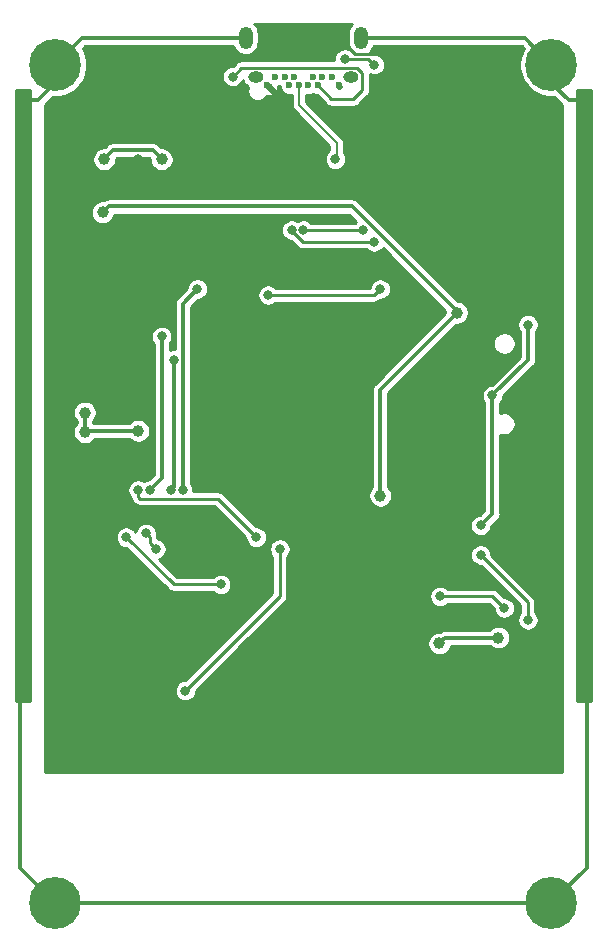
<source format=gbr>
%TF.GenerationSoftware,KiCad,Pcbnew,5.1.10*%
%TF.CreationDate,2021-05-07T20:59:31-06:00*%
%TF.ProjectId,tx500-data,74783530-302d-4646-9174-612e6b696361,2*%
%TF.SameCoordinates,Original*%
%TF.FileFunction,Copper,L2,Bot*%
%TF.FilePolarity,Positive*%
%FSLAX46Y46*%
G04 Gerber Fmt 4.6, Leading zero omitted, Abs format (unit mm)*
G04 Created by KiCad (PCBNEW 5.1.10) date 2021-05-07 20:59:31*
%MOMM*%
%LPD*%
G01*
G04 APERTURE LIST*
%TA.AperFunction,ComponentPad*%
%ADD10O,1.300000X0.950000*%
%TD*%
%TA.AperFunction,ComponentPad*%
%ADD11C,0.600000*%
%TD*%
%TA.AperFunction,ComponentPad*%
%ADD12O,1.200000X1.900000*%
%TD*%
%TA.AperFunction,ComponentPad*%
%ADD13C,4.400000*%
%TD*%
%TA.AperFunction,ViaPad*%
%ADD14C,0.800000*%
%TD*%
%TA.AperFunction,ViaPad*%
%ADD15C,1.000000*%
%TD*%
%TA.AperFunction,Conductor*%
%ADD16C,0.250000*%
%TD*%
%TA.AperFunction,Conductor*%
%ADD17C,0.200000*%
%TD*%
%TA.AperFunction,Conductor*%
%ADD18C,0.350000*%
%TD*%
%TA.AperFunction,Conductor*%
%ADD19C,0.254000*%
%TD*%
%TA.AperFunction,Conductor*%
%ADD20C,0.100000*%
%TD*%
G04 APERTURE END LIST*
D10*
%TO.P,J1,S1*%
%TO.N,GND1*%
X150000000Y-63050000D03*
X158000000Y-63050000D03*
D11*
%TO.P,J1,B6*%
%TO.N,/DR+*%
X153600000Y-63750000D03*
%TO.P,J1,B7*%
%TO.N,/DR-*%
X154400000Y-63750000D03*
%TO.P,J1,B4*%
%TO.N,Net-(J1-PadA4)*%
X152800000Y-63750000D03*
%TO.P,J1,B9*%
X155200000Y-63750000D03*
%TO.P,J1,B5*%
%TO.N,Net-(J1-PadB5)*%
X153200000Y-63050000D03*
%TO.P,J1,B8*%
%TO.N,N/C*%
X154800000Y-63050000D03*
%TO.P,J1,B3*%
X152400000Y-63050000D03*
%TO.P,J1,B10*%
X155600000Y-63050000D03*
%TO.P,J1,B2*%
X151600000Y-63050000D03*
%TO.P,J1,B11*%
X156400000Y-63050000D03*
%TO.P,J1,B12*%
%TO.N,GNDREF*%
X157050000Y-63750000D03*
%TO.P,J1,B1*%
X150950000Y-63750000D03*
D12*
%TO.P,J1,S1*%
%TO.N,GND1*%
X158900000Y-59700000D03*
X149100000Y-59700000D03*
%TD*%
D13*
%TO.P,H4,1*%
%TO.N,GND1*%
X175000000Y-133000000D03*
%TD*%
%TO.P,H3,1*%
%TO.N,GND1*%
X133000000Y-133000000D03*
%TD*%
%TO.P,H2,1*%
%TO.N,GND1*%
X175000000Y-62000000D03*
%TD*%
%TO.P,H1,1*%
%TO.N,GND1*%
X133000000Y-62000000D03*
%TD*%
D14*
%TO.N,GNDREF*%
X153500000Y-69700000D03*
X140000000Y-76000000D03*
X140000000Y-70000000D03*
X141000000Y-78500000D03*
X153000000Y-79500000D03*
X153000000Y-83000000D03*
X139000000Y-97000000D03*
X140000000Y-85000000D03*
X138000000Y-65000000D03*
X165000000Y-93000000D03*
X142000000Y-114000000D03*
X173000000Y-100000000D03*
X161948084Y-102014833D03*
X154000000Y-119000000D03*
X154000000Y-61000000D03*
X154000000Y-59000000D03*
X145000000Y-66000000D03*
X141000000Y-81000000D03*
%TO.N,/DR+*%
X156700000Y-70000000D03*
D15*
%TO.N,+3V3*%
X142000000Y-70000000D03*
X137119999Y-70000000D03*
D14*
%TO.N,GND1*%
X130000000Y-65000000D03*
D15*
X178000000Y-65000000D03*
D14*
X130000000Y-115000000D03*
X178000000Y-115000000D03*
D15*
%TO.N,/3V3A*%
X140000000Y-93000000D03*
X135500000Y-93099990D03*
X135500000Y-91449990D03*
D14*
%TO.N,Net-(C1-Pad1)*%
X160500000Y-81000000D03*
X151000000Y-81500000D03*
D15*
%TO.N,+5V*%
X137000000Y-74500000D03*
X167000000Y-83000000D03*
X160500000Y-98500000D03*
X165500000Y-111000000D03*
X170500000Y-110500000D03*
D14*
%TO.N,Net-(C14-Pad2)*%
X139000000Y-102000000D03*
X147000000Y-106000000D03*
%TO.N,Net-(C17-Pad1)*%
X140674847Y-101674847D03*
X141500000Y-103000000D03*
%TO.N,Net-(J1-PadA4)*%
X148000000Y-63000000D03*
%TO.N,Net-(J1-PadB5)*%
X157500000Y-61500000D03*
X160000000Y-62000000D03*
%TO.N,/DTR*%
X173000000Y-109000000D03*
X169000000Y-103500000D03*
%TO.N,/VCCIO*%
X170000000Y-90000000D03*
X173000000Y-84000000D03*
X169000000Y-101000000D03*
%TO.N,/MIC_BIAS*%
X152000000Y-103000000D03*
X144000000Y-115000000D03*
%TO.N,Net-(R2-Pad2)*%
X159000000Y-76000000D03*
X154000000Y-76000000D03*
%TO.N,Net-(R16-Pad2)*%
X140000000Y-98000000D03*
X150000000Y-102000000D03*
%TO.N,/RXLED*%
X165550000Y-107000000D03*
X171000000Y-108000000D03*
%TO.N,Net-(U1-Pad30)*%
X160000000Y-77000000D03*
X152996763Y-75997842D03*
%TO.N,/AVDD1*%
X142000000Y-85000000D03*
X141000000Y-98000000D03*
%TO.N,/AVDD2*%
X143000000Y-87000000D03*
X142774997Y-98000000D03*
%TO.N,/DVDD*%
X145026570Y-80973430D03*
X143775000Y-98000000D03*
%TD*%
D16*
%TO.N,GNDREF*%
X158399990Y-61099990D02*
X160600010Y-61099990D01*
X157700000Y-60400000D02*
X158399990Y-61099990D01*
D17*
%TO.N,/DR+*%
X153600000Y-63750000D02*
X153600000Y-65400000D01*
X153600000Y-65400000D02*
X156800000Y-68600000D01*
X156800000Y-69900000D02*
X156700000Y-70000000D01*
X156800000Y-68600000D02*
X156800000Y-69900000D01*
D18*
%TO.N,+3V3*%
X137895000Y-69224999D02*
X137119999Y-70000000D01*
X141224999Y-69224999D02*
X137895000Y-69224999D01*
X142000000Y-70000000D02*
X141224999Y-69224999D01*
%TO.N,GND1*%
X131530346Y-65000000D02*
X130000000Y-65000000D01*
X133000000Y-62000000D02*
X133000000Y-63530346D01*
X133000000Y-63530346D02*
X131530346Y-65000000D01*
X134300000Y-60700000D02*
X133000000Y-62000000D01*
X176469654Y-65000000D02*
X178000000Y-65000000D01*
X175000000Y-63530346D02*
X176469654Y-65000000D01*
X175000000Y-62000000D02*
X175000000Y-63530346D01*
X130000000Y-130000000D02*
X130000000Y-115000000D01*
X133000000Y-133000000D02*
X130000000Y-130000000D01*
X178000000Y-130000000D02*
X178000000Y-115000000D01*
X175000000Y-133000000D02*
X178000000Y-130000000D01*
X133000000Y-133000000D02*
X175000000Y-133000000D01*
X135250000Y-59750000D02*
X133000000Y-62000000D01*
X172750000Y-59750000D02*
X175000000Y-62000000D01*
X149050000Y-59750000D02*
X149100000Y-59700000D01*
X135250000Y-59750000D02*
X149050000Y-59750000D01*
X158950000Y-59750000D02*
X158900000Y-59700000D01*
X172750000Y-59750000D02*
X158950000Y-59750000D01*
%TO.N,/3V3A*%
X135599990Y-93000000D02*
X135500000Y-93099990D01*
X140000000Y-93000000D02*
X135599990Y-93000000D01*
X135500000Y-93099990D02*
X135500000Y-91449990D01*
D16*
%TO.N,Net-(C1-Pad1)*%
X160000000Y-81500000D02*
X151000000Y-81500000D01*
X160500000Y-81000000D02*
X160000000Y-81500000D01*
D18*
%TO.N,+5V*%
X137000000Y-74500000D02*
X137500000Y-74000000D01*
X158147002Y-74000000D02*
X167000000Y-82852998D01*
X137500000Y-74000000D02*
X158147002Y-74000000D01*
X167000000Y-82852998D02*
X167000000Y-83000000D01*
X167000000Y-83000000D02*
X160500000Y-89500000D01*
X160500000Y-89500000D02*
X160500000Y-98500000D01*
X166000000Y-110500000D02*
X170500000Y-110500000D01*
X165500000Y-111000000D02*
X166000000Y-110500000D01*
D16*
%TO.N,Net-(C14-Pad2)*%
X143000000Y-106000000D02*
X147000000Y-106000000D01*
X139000000Y-102000000D02*
X143000000Y-106000000D01*
%TO.N,Net-(C17-Pad1)*%
X141000000Y-102000000D02*
X140674847Y-101674847D01*
X141000000Y-102500000D02*
X141500000Y-103000000D01*
X141000000Y-102000000D02*
X141000000Y-102500000D01*
%TO.N,Net-(J1-PadA4)*%
X148750010Y-62249990D02*
X148000000Y-63000000D01*
X158506374Y-62249990D02*
X148750010Y-62249990D01*
X158975010Y-62718626D02*
X158506374Y-62249990D01*
X158975010Y-64173992D02*
X158975010Y-62718626D01*
X158224001Y-64925001D02*
X158975010Y-64173992D01*
X156375001Y-64925001D02*
X158224001Y-64925001D01*
X155200000Y-63750000D02*
X156375001Y-64925001D01*
%TO.N,Net-(J1-PadB5)*%
X159500000Y-61500000D02*
X160000000Y-62000000D01*
X157500000Y-61500000D02*
X159500000Y-61500000D01*
%TO.N,/DTR*%
X173000000Y-107500000D02*
X173000000Y-109000000D01*
X169000000Y-103500000D02*
X173000000Y-107500000D01*
D18*
%TO.N,/VCCIO*%
X170000000Y-90000000D02*
X173000000Y-87000000D01*
X173000000Y-87000000D02*
X173000000Y-84000000D01*
X170000000Y-100000000D02*
X169000000Y-101000000D01*
X170000000Y-90000000D02*
X170000000Y-100000000D01*
D16*
%TO.N,/MIC_BIAS*%
X152000000Y-107000000D02*
X144000000Y-115000000D01*
X152000000Y-103000000D02*
X152000000Y-107000000D01*
%TO.N,Net-(R2-Pad2)*%
X159000000Y-76000000D02*
X154000000Y-76000000D01*
%TO.N,Net-(R16-Pad2)*%
X146725001Y-98725001D02*
X150000000Y-102000000D01*
X140159316Y-98725001D02*
X146725001Y-98725001D01*
X140000000Y-98565685D02*
X140159316Y-98725001D01*
X140000000Y-98000000D02*
X140000000Y-98565685D01*
%TO.N,/RXLED*%
X170000000Y-107000000D02*
X171000000Y-108000000D01*
X165550000Y-107000000D02*
X170000000Y-107000000D01*
%TO.N,Net-(U1-Pad30)*%
X152996763Y-76069765D02*
X152996763Y-75997842D01*
X153926998Y-77000000D02*
X152996763Y-76069765D01*
X160000000Y-77000000D02*
X153926998Y-77000000D01*
D18*
%TO.N,/AVDD1*%
X142000000Y-97000000D02*
X141000000Y-98000000D01*
X142000000Y-85000000D02*
X142000000Y-97000000D01*
%TO.N,/AVDD2*%
X143000000Y-97774997D02*
X142774997Y-98000000D01*
X143000000Y-87000000D02*
X143000000Y-97774997D01*
%TO.N,/DVDD*%
X143775000Y-82225000D02*
X143775000Y-98000000D01*
X145026570Y-80973430D02*
X143775000Y-82225000D01*
%TD*%
D19*
%TO.N,GND1*%
X130873000Y-115873000D02*
X129660000Y-115873000D01*
X129660000Y-64127000D01*
X130873000Y-64127000D01*
X130873000Y-115873000D01*
%TA.AperFunction,Conductor*%
D20*
G36*
X130873000Y-115873000D02*
G01*
X129660000Y-115873000D01*
X129660000Y-64127000D01*
X130873000Y-64127000D01*
X130873000Y-115873000D01*
G37*
%TD.AperFunction*%
%TD*%
D19*
%TO.N,GND1*%
X178340001Y-115873000D02*
X177127000Y-115873000D01*
X177127000Y-64127000D01*
X178340000Y-64127000D01*
X178340001Y-115873000D01*
%TA.AperFunction,Conductor*%
D20*
G36*
X178340001Y-115873000D02*
G01*
X177127000Y-115873000D01*
X177127000Y-64127000D01*
X178340000Y-64127000D01*
X178340001Y-115873000D01*
G37*
%TD.AperFunction*%
%TD*%
D19*
%TO.N,GNDREF*%
X158112736Y-58562735D02*
X157974275Y-58731450D01*
X157871390Y-58923935D01*
X157808032Y-59132794D01*
X157792000Y-59295569D01*
X157792000Y-60104430D01*
X157808032Y-60267205D01*
X157871389Y-60476064D01*
X157974274Y-60668550D01*
X158076593Y-60793225D01*
X157930099Y-60695341D01*
X157764854Y-60626894D01*
X157589430Y-60592000D01*
X157410570Y-60592000D01*
X157235146Y-60626894D01*
X157069901Y-60695341D01*
X156921184Y-60794711D01*
X156794711Y-60921184D01*
X156695341Y-61069901D01*
X156626894Y-61235146D01*
X156592000Y-61410570D01*
X156592000Y-61589430D01*
X156597482Y-61616990D01*
X148781095Y-61616990D01*
X148750009Y-61613928D01*
X148718923Y-61616990D01*
X148718922Y-61616990D01*
X148625920Y-61626150D01*
X148506600Y-61662345D01*
X148396633Y-61721124D01*
X148300246Y-61800226D01*
X148280426Y-61824377D01*
X148012803Y-62092000D01*
X147910570Y-62092000D01*
X147735146Y-62126894D01*
X147569901Y-62195341D01*
X147421184Y-62294711D01*
X147294711Y-62421184D01*
X147195341Y-62569901D01*
X147126894Y-62735146D01*
X147092000Y-62910570D01*
X147092000Y-63089430D01*
X147126894Y-63264854D01*
X147195341Y-63430099D01*
X147294711Y-63578816D01*
X147421184Y-63705289D01*
X147569901Y-63804659D01*
X147735146Y-63873106D01*
X147910570Y-63908000D01*
X148089430Y-63908000D01*
X148264854Y-63873106D01*
X148430099Y-63804659D01*
X148578816Y-63705289D01*
X148705289Y-63578816D01*
X148804659Y-63430099D01*
X148867239Y-63279018D01*
X148912432Y-63427998D01*
X149003711Y-63598768D01*
X149126551Y-63748449D01*
X149276232Y-63871289D01*
X149318760Y-63894021D01*
X149274973Y-63999731D01*
X149242000Y-64165494D01*
X149242000Y-64334506D01*
X149274973Y-64500269D01*
X149339651Y-64656415D01*
X149433548Y-64796943D01*
X149553057Y-64916452D01*
X149693585Y-65010349D01*
X149849731Y-65075027D01*
X150015494Y-65108000D01*
X150184506Y-65108000D01*
X150350269Y-65075027D01*
X150506415Y-65010349D01*
X150646943Y-64916452D01*
X150766452Y-64796943D01*
X150843117Y-64682205D01*
X150856176Y-64684828D01*
X151040355Y-64685171D01*
X151221061Y-64649574D01*
X151391351Y-64579408D01*
X151394425Y-64577763D01*
X151404936Y-64384541D01*
X150950000Y-63929605D01*
X150935858Y-63943748D01*
X150877782Y-63885672D01*
X150860349Y-63843585D01*
X150823934Y-63789085D01*
X150873449Y-63748449D01*
X150996289Y-63598768D01*
X150999701Y-63592386D01*
X151084930Y-63677615D01*
X151086663Y-63678773D01*
X151143748Y-63735858D01*
X151129605Y-63750000D01*
X151584541Y-64204936D01*
X151777763Y-64194425D01*
X151848562Y-64024397D01*
X151884828Y-63843824D01*
X151884897Y-63806565D01*
X151982732Y-63766041D01*
X151992000Y-63759848D01*
X151992000Y-63829581D01*
X152023051Y-63985685D01*
X152083959Y-64132732D01*
X152172385Y-64265070D01*
X152284930Y-64377615D01*
X152417268Y-64466041D01*
X152564315Y-64526949D01*
X152720419Y-64558000D01*
X152879581Y-64558000D01*
X152992000Y-64535638D01*
X152992001Y-65370130D01*
X152989059Y-65400000D01*
X153000798Y-65519188D01*
X153035565Y-65633797D01*
X153092022Y-65739421D01*
X153168000Y-65832001D01*
X153191198Y-65851039D01*
X156192000Y-68851842D01*
X156192000Y-69247393D01*
X156121184Y-69294711D01*
X155994711Y-69421184D01*
X155895341Y-69569901D01*
X155826894Y-69735146D01*
X155792000Y-69910570D01*
X155792000Y-70089430D01*
X155826894Y-70264854D01*
X155895341Y-70430099D01*
X155994711Y-70578816D01*
X156121184Y-70705289D01*
X156269901Y-70804659D01*
X156435146Y-70873106D01*
X156610570Y-70908000D01*
X156789430Y-70908000D01*
X156964854Y-70873106D01*
X157130099Y-70804659D01*
X157278816Y-70705289D01*
X157405289Y-70578816D01*
X157504659Y-70430099D01*
X157573106Y-70264854D01*
X157608000Y-70089430D01*
X157608000Y-69910570D01*
X157573106Y-69735146D01*
X157504659Y-69569901D01*
X157408000Y-69425241D01*
X157408000Y-68629860D01*
X157410941Y-68599999D01*
X157399202Y-68480811D01*
X157364436Y-68366204D01*
X157364436Y-68366203D01*
X157307979Y-68260579D01*
X157232001Y-68167999D01*
X157208804Y-68148962D01*
X154208000Y-65148159D01*
X154208000Y-64535638D01*
X154320419Y-64558000D01*
X154479581Y-64558000D01*
X154635685Y-64526949D01*
X154782732Y-64466041D01*
X154800000Y-64454503D01*
X154817268Y-64466041D01*
X154964315Y-64526949D01*
X155110912Y-64556109D01*
X155905417Y-65350614D01*
X155925237Y-65374765D01*
X156021624Y-65453867D01*
X156131591Y-65512646D01*
X156250911Y-65548841D01*
X156343913Y-65558001D01*
X156343914Y-65558001D01*
X156375000Y-65561063D01*
X156406086Y-65558001D01*
X158192913Y-65558001D01*
X158224001Y-65561063D01*
X158255089Y-65558001D01*
X158348091Y-65548841D01*
X158467411Y-65512646D01*
X158577378Y-65453867D01*
X158673765Y-65374765D01*
X158693585Y-65350614D01*
X159400629Y-64643571D01*
X159424774Y-64623756D01*
X159467557Y-64571625D01*
X159503876Y-64527369D01*
X159531741Y-64475237D01*
X159562655Y-64417402D01*
X159598850Y-64298082D01*
X159608010Y-64205080D01*
X159608010Y-64205079D01*
X159611072Y-64173993D01*
X159608010Y-64142907D01*
X159608010Y-62820444D01*
X159735146Y-62873106D01*
X159910570Y-62908000D01*
X160089430Y-62908000D01*
X160264854Y-62873106D01*
X160430099Y-62804659D01*
X160578816Y-62705289D01*
X160705289Y-62578816D01*
X160804659Y-62430099D01*
X160873106Y-62264854D01*
X160908000Y-62089430D01*
X160908000Y-61910570D01*
X160873106Y-61735146D01*
X160804659Y-61569901D01*
X160705289Y-61421184D01*
X160578816Y-61294711D01*
X160430099Y-61195341D01*
X160264854Y-61126894D01*
X160089430Y-61092000D01*
X159987197Y-61092000D01*
X159969584Y-61074387D01*
X159949764Y-61050236D01*
X159853377Y-60971134D01*
X159743410Y-60912355D01*
X159635612Y-60879655D01*
X159687265Y-60837265D01*
X159825726Y-60668550D01*
X159928611Y-60476065D01*
X159941675Y-60433000D01*
X172467093Y-60433000D01*
X172660752Y-60626659D01*
X172600201Y-60717281D01*
X172396067Y-61210105D01*
X172292000Y-61733285D01*
X172292000Y-62266715D01*
X172396067Y-62789895D01*
X172600201Y-63282719D01*
X172896559Y-63726249D01*
X173273751Y-64103441D01*
X173717281Y-64399799D01*
X174210105Y-64603933D01*
X174733285Y-64708000D01*
X175211747Y-64708000D01*
X175873000Y-65369254D01*
X175873000Y-121873000D01*
X132127000Y-121873000D01*
X132127000Y-114910570D01*
X143092000Y-114910570D01*
X143092000Y-115089430D01*
X143126894Y-115264854D01*
X143195341Y-115430099D01*
X143294711Y-115578816D01*
X143421184Y-115705289D01*
X143569901Y-115804659D01*
X143735146Y-115873106D01*
X143910570Y-115908000D01*
X144089430Y-115908000D01*
X144264854Y-115873106D01*
X144430099Y-115804659D01*
X144578816Y-115705289D01*
X144705289Y-115578816D01*
X144804659Y-115430099D01*
X144873106Y-115264854D01*
X144908000Y-115089430D01*
X144908000Y-114987197D01*
X148994476Y-110900721D01*
X164492000Y-110900721D01*
X164492000Y-111099279D01*
X164530737Y-111294023D01*
X164606722Y-111477467D01*
X164717035Y-111642562D01*
X164857438Y-111782965D01*
X165022533Y-111893278D01*
X165205977Y-111969263D01*
X165400721Y-112008000D01*
X165599279Y-112008000D01*
X165794023Y-111969263D01*
X165977467Y-111893278D01*
X166142562Y-111782965D01*
X166282965Y-111642562D01*
X166393278Y-111477467D01*
X166469263Y-111294023D01*
X166491347Y-111183000D01*
X169757473Y-111183000D01*
X169857438Y-111282965D01*
X170022533Y-111393278D01*
X170205977Y-111469263D01*
X170400721Y-111508000D01*
X170599279Y-111508000D01*
X170794023Y-111469263D01*
X170977467Y-111393278D01*
X171142562Y-111282965D01*
X171282965Y-111142562D01*
X171393278Y-110977467D01*
X171469263Y-110794023D01*
X171508000Y-110599279D01*
X171508000Y-110400721D01*
X171469263Y-110205977D01*
X171393278Y-110022533D01*
X171282965Y-109857438D01*
X171142562Y-109717035D01*
X170977467Y-109606722D01*
X170794023Y-109530737D01*
X170599279Y-109492000D01*
X170400721Y-109492000D01*
X170205977Y-109530737D01*
X170022533Y-109606722D01*
X169857438Y-109717035D01*
X169757473Y-109817000D01*
X166033539Y-109817000D01*
X166000000Y-109813697D01*
X165966461Y-109817000D01*
X165966454Y-109817000D01*
X165878655Y-109825647D01*
X165866108Y-109826883D01*
X165737363Y-109865938D01*
X165618710Y-109929359D01*
X165542382Y-109992000D01*
X165400721Y-109992000D01*
X165205977Y-110030737D01*
X165022533Y-110106722D01*
X164857438Y-110217035D01*
X164717035Y-110357438D01*
X164606722Y-110522533D01*
X164530737Y-110705977D01*
X164492000Y-110900721D01*
X148994476Y-110900721D01*
X152425613Y-107469584D01*
X152449764Y-107449764D01*
X152528866Y-107353377D01*
X152587645Y-107243410D01*
X152623840Y-107124090D01*
X152633000Y-107031088D01*
X152633000Y-107031079D01*
X152636061Y-107000001D01*
X152633000Y-106968923D01*
X152633000Y-106910570D01*
X164642000Y-106910570D01*
X164642000Y-107089430D01*
X164676894Y-107264854D01*
X164745341Y-107430099D01*
X164844711Y-107578816D01*
X164971184Y-107705289D01*
X165119901Y-107804659D01*
X165285146Y-107873106D01*
X165460570Y-107908000D01*
X165639430Y-107908000D01*
X165814854Y-107873106D01*
X165980099Y-107804659D01*
X166128816Y-107705289D01*
X166201105Y-107633000D01*
X169737803Y-107633000D01*
X170092000Y-107987197D01*
X170092000Y-108089430D01*
X170126894Y-108264854D01*
X170195341Y-108430099D01*
X170294711Y-108578816D01*
X170421184Y-108705289D01*
X170569901Y-108804659D01*
X170735146Y-108873106D01*
X170910570Y-108908000D01*
X171089430Y-108908000D01*
X171264854Y-108873106D01*
X171430099Y-108804659D01*
X171578816Y-108705289D01*
X171705289Y-108578816D01*
X171804659Y-108430099D01*
X171873106Y-108264854D01*
X171908000Y-108089430D01*
X171908000Y-107910570D01*
X171873106Y-107735146D01*
X171804659Y-107569901D01*
X171705289Y-107421184D01*
X171578816Y-107294711D01*
X171430099Y-107195341D01*
X171264854Y-107126894D01*
X171089430Y-107092000D01*
X170987197Y-107092000D01*
X170469584Y-106574387D01*
X170449764Y-106550236D01*
X170353377Y-106471134D01*
X170243410Y-106412355D01*
X170124090Y-106376160D01*
X170031088Y-106367000D01*
X170000000Y-106363938D01*
X169968912Y-106367000D01*
X166201105Y-106367000D01*
X166128816Y-106294711D01*
X165980099Y-106195341D01*
X165814854Y-106126894D01*
X165639430Y-106092000D01*
X165460570Y-106092000D01*
X165285146Y-106126894D01*
X165119901Y-106195341D01*
X164971184Y-106294711D01*
X164844711Y-106421184D01*
X164745341Y-106569901D01*
X164676894Y-106735146D01*
X164642000Y-106910570D01*
X152633000Y-106910570D01*
X152633000Y-103651105D01*
X152705289Y-103578816D01*
X152804659Y-103430099D01*
X152812748Y-103410570D01*
X168092000Y-103410570D01*
X168092000Y-103589430D01*
X168126894Y-103764854D01*
X168195341Y-103930099D01*
X168294711Y-104078816D01*
X168421184Y-104205289D01*
X168569901Y-104304659D01*
X168735146Y-104373106D01*
X168910570Y-104408000D01*
X169012803Y-104408000D01*
X172367000Y-107762197D01*
X172367001Y-108348894D01*
X172294711Y-108421184D01*
X172195341Y-108569901D01*
X172126894Y-108735146D01*
X172092000Y-108910570D01*
X172092000Y-109089430D01*
X172126894Y-109264854D01*
X172195341Y-109430099D01*
X172294711Y-109578816D01*
X172421184Y-109705289D01*
X172569901Y-109804659D01*
X172735146Y-109873106D01*
X172910570Y-109908000D01*
X173089430Y-109908000D01*
X173264854Y-109873106D01*
X173430099Y-109804659D01*
X173578816Y-109705289D01*
X173705289Y-109578816D01*
X173804659Y-109430099D01*
X173873106Y-109264854D01*
X173908000Y-109089430D01*
X173908000Y-108910570D01*
X173873106Y-108735146D01*
X173804659Y-108569901D01*
X173705289Y-108421184D01*
X173633000Y-108348895D01*
X173633000Y-107531085D01*
X173636062Y-107499999D01*
X173629177Y-107430099D01*
X173623840Y-107375910D01*
X173587645Y-107256590D01*
X173554907Y-107195341D01*
X173528866Y-107146623D01*
X173481929Y-107089430D01*
X173449764Y-107050236D01*
X173425614Y-107030417D01*
X169908000Y-103512803D01*
X169908000Y-103410570D01*
X169873106Y-103235146D01*
X169804659Y-103069901D01*
X169705289Y-102921184D01*
X169578816Y-102794711D01*
X169430099Y-102695341D01*
X169264854Y-102626894D01*
X169089430Y-102592000D01*
X168910570Y-102592000D01*
X168735146Y-102626894D01*
X168569901Y-102695341D01*
X168421184Y-102794711D01*
X168294711Y-102921184D01*
X168195341Y-103069901D01*
X168126894Y-103235146D01*
X168092000Y-103410570D01*
X152812748Y-103410570D01*
X152873106Y-103264854D01*
X152908000Y-103089430D01*
X152908000Y-102910570D01*
X152873106Y-102735146D01*
X152804659Y-102569901D01*
X152705289Y-102421184D01*
X152578816Y-102294711D01*
X152430099Y-102195341D01*
X152264854Y-102126894D01*
X152089430Y-102092000D01*
X151910570Y-102092000D01*
X151735146Y-102126894D01*
X151569901Y-102195341D01*
X151421184Y-102294711D01*
X151294711Y-102421184D01*
X151195341Y-102569901D01*
X151126894Y-102735146D01*
X151092000Y-102910570D01*
X151092000Y-103089430D01*
X151126894Y-103264854D01*
X151195341Y-103430099D01*
X151294711Y-103578816D01*
X151367000Y-103651105D01*
X151367001Y-106737802D01*
X144012803Y-114092000D01*
X143910570Y-114092000D01*
X143735146Y-114126894D01*
X143569901Y-114195341D01*
X143421184Y-114294711D01*
X143294711Y-114421184D01*
X143195341Y-114569901D01*
X143126894Y-114735146D01*
X143092000Y-114910570D01*
X132127000Y-114910570D01*
X132127000Y-101910570D01*
X138092000Y-101910570D01*
X138092000Y-102089430D01*
X138126894Y-102264854D01*
X138195341Y-102430099D01*
X138294711Y-102578816D01*
X138421184Y-102705289D01*
X138569901Y-102804659D01*
X138735146Y-102873106D01*
X138910570Y-102908000D01*
X139012803Y-102908000D01*
X142530416Y-106425613D01*
X142550236Y-106449764D01*
X142646623Y-106528866D01*
X142723394Y-106569901D01*
X142756590Y-106587645D01*
X142875910Y-106623840D01*
X142968912Y-106633000D01*
X142968913Y-106633000D01*
X142999999Y-106636062D01*
X143031085Y-106633000D01*
X146348895Y-106633000D01*
X146421184Y-106705289D01*
X146569901Y-106804659D01*
X146735146Y-106873106D01*
X146910570Y-106908000D01*
X147089430Y-106908000D01*
X147264854Y-106873106D01*
X147430099Y-106804659D01*
X147578816Y-106705289D01*
X147705289Y-106578816D01*
X147804659Y-106430099D01*
X147873106Y-106264854D01*
X147908000Y-106089430D01*
X147908000Y-105910570D01*
X147873106Y-105735146D01*
X147804659Y-105569901D01*
X147705289Y-105421184D01*
X147578816Y-105294711D01*
X147430099Y-105195341D01*
X147264854Y-105126894D01*
X147089430Y-105092000D01*
X146910570Y-105092000D01*
X146735146Y-105126894D01*
X146569901Y-105195341D01*
X146421184Y-105294711D01*
X146348895Y-105367000D01*
X143262197Y-105367000D01*
X141767293Y-103872096D01*
X141930099Y-103804659D01*
X142078816Y-103705289D01*
X142205289Y-103578816D01*
X142304659Y-103430099D01*
X142373106Y-103264854D01*
X142408000Y-103089430D01*
X142408000Y-102910570D01*
X142373106Y-102735146D01*
X142304659Y-102569901D01*
X142205289Y-102421184D01*
X142078816Y-102294711D01*
X141930099Y-102195341D01*
X141764854Y-102126894D01*
X141633000Y-102100667D01*
X141633000Y-102031088D01*
X141636062Y-102000000D01*
X141623840Y-101875910D01*
X141600490Y-101798936D01*
X141587645Y-101756590D01*
X141582847Y-101747614D01*
X141582847Y-101585417D01*
X141547953Y-101409993D01*
X141479506Y-101244748D01*
X141380136Y-101096031D01*
X141253663Y-100969558D01*
X141104946Y-100870188D01*
X140939701Y-100801741D01*
X140764277Y-100766847D01*
X140585417Y-100766847D01*
X140409993Y-100801741D01*
X140244748Y-100870188D01*
X140096031Y-100969558D01*
X139969558Y-101096031D01*
X139870188Y-101244748D01*
X139801741Y-101409993D01*
X139777899Y-101529853D01*
X139705289Y-101421184D01*
X139578816Y-101294711D01*
X139430099Y-101195341D01*
X139264854Y-101126894D01*
X139089430Y-101092000D01*
X138910570Y-101092000D01*
X138735146Y-101126894D01*
X138569901Y-101195341D01*
X138421184Y-101294711D01*
X138294711Y-101421184D01*
X138195341Y-101569901D01*
X138126894Y-101735146D01*
X138092000Y-101910570D01*
X132127000Y-101910570D01*
X132127000Y-97910570D01*
X139092000Y-97910570D01*
X139092000Y-98089430D01*
X139126894Y-98264854D01*
X139195341Y-98430099D01*
X139294711Y-98578816D01*
X139372936Y-98657041D01*
X139376160Y-98689775D01*
X139412355Y-98809095D01*
X139471134Y-98919062D01*
X139550237Y-99015449D01*
X139574384Y-99035266D01*
X139689728Y-99150610D01*
X139709552Y-99174765D01*
X139805939Y-99253867D01*
X139915906Y-99312646D01*
X140035226Y-99348841D01*
X140159316Y-99361063D01*
X140190404Y-99358001D01*
X146462804Y-99358001D01*
X149092000Y-101987198D01*
X149092000Y-102089430D01*
X149126894Y-102264854D01*
X149195341Y-102430099D01*
X149294711Y-102578816D01*
X149421184Y-102705289D01*
X149569901Y-102804659D01*
X149735146Y-102873106D01*
X149910570Y-102908000D01*
X150089430Y-102908000D01*
X150264854Y-102873106D01*
X150430099Y-102804659D01*
X150578816Y-102705289D01*
X150705289Y-102578816D01*
X150804659Y-102430099D01*
X150873106Y-102264854D01*
X150908000Y-102089430D01*
X150908000Y-101910570D01*
X150873106Y-101735146D01*
X150804659Y-101569901D01*
X150705289Y-101421184D01*
X150578816Y-101294711D01*
X150430099Y-101195341D01*
X150264854Y-101126894D01*
X150089430Y-101092000D01*
X149987198Y-101092000D01*
X149805768Y-100910570D01*
X168092000Y-100910570D01*
X168092000Y-101089430D01*
X168126894Y-101264854D01*
X168195341Y-101430099D01*
X168294711Y-101578816D01*
X168421184Y-101705289D01*
X168569901Y-101804659D01*
X168735146Y-101873106D01*
X168910570Y-101908000D01*
X169089430Y-101908000D01*
X169264854Y-101873106D01*
X169430099Y-101804659D01*
X169578816Y-101705289D01*
X169705289Y-101578816D01*
X169804659Y-101430099D01*
X169873106Y-101264854D01*
X169908000Y-101089430D01*
X169908000Y-101057907D01*
X170459235Y-100506673D01*
X170485290Y-100485290D01*
X170537901Y-100421184D01*
X170570641Y-100381291D01*
X170634062Y-100262637D01*
X170673117Y-100133892D01*
X170686304Y-100000000D01*
X170683000Y-99966454D01*
X170683000Y-93305625D01*
X170720562Y-93321184D01*
X170905645Y-93358000D01*
X171094355Y-93358000D01*
X171279438Y-93321184D01*
X171453783Y-93248968D01*
X171610689Y-93144127D01*
X171744127Y-93010689D01*
X171848968Y-92853783D01*
X171921184Y-92679438D01*
X171958000Y-92494355D01*
X171958000Y-92305645D01*
X171921184Y-92120562D01*
X171848968Y-91946217D01*
X171744127Y-91789311D01*
X171610689Y-91655873D01*
X171453783Y-91551032D01*
X171279438Y-91478816D01*
X171094355Y-91442000D01*
X170905645Y-91442000D01*
X170720562Y-91478816D01*
X170683000Y-91494375D01*
X170683000Y-90601105D01*
X170705289Y-90578816D01*
X170804659Y-90430099D01*
X170873106Y-90264854D01*
X170908000Y-90089430D01*
X170908000Y-90057907D01*
X173459240Y-87506668D01*
X173485289Y-87485290D01*
X173506668Y-87459240D01*
X173506674Y-87459234D01*
X173570641Y-87381291D01*
X173634062Y-87262637D01*
X173673117Y-87133892D01*
X173677496Y-87089430D01*
X173683000Y-87033546D01*
X173683000Y-87033539D01*
X173686303Y-87000000D01*
X173683000Y-86966461D01*
X173683000Y-84601105D01*
X173705289Y-84578816D01*
X173804659Y-84430099D01*
X173873106Y-84264854D01*
X173908000Y-84089430D01*
X173908000Y-83910570D01*
X173873106Y-83735146D01*
X173804659Y-83569901D01*
X173705289Y-83421184D01*
X173578816Y-83294711D01*
X173430099Y-83195341D01*
X173264854Y-83126894D01*
X173089430Y-83092000D01*
X172910570Y-83092000D01*
X172735146Y-83126894D01*
X172569901Y-83195341D01*
X172421184Y-83294711D01*
X172294711Y-83421184D01*
X172195341Y-83569901D01*
X172126894Y-83735146D01*
X172092000Y-83910570D01*
X172092000Y-84089430D01*
X172126894Y-84264854D01*
X172195341Y-84430099D01*
X172294711Y-84578816D01*
X172317001Y-84601106D01*
X172317000Y-86717092D01*
X169942093Y-89092000D01*
X169910570Y-89092000D01*
X169735146Y-89126894D01*
X169569901Y-89195341D01*
X169421184Y-89294711D01*
X169294711Y-89421184D01*
X169195341Y-89569901D01*
X169126894Y-89735146D01*
X169092000Y-89910570D01*
X169092000Y-90089430D01*
X169126894Y-90264854D01*
X169195341Y-90430099D01*
X169294711Y-90578816D01*
X169317000Y-90601105D01*
X169317001Y-99717091D01*
X168942093Y-100092000D01*
X168910570Y-100092000D01*
X168735146Y-100126894D01*
X168569901Y-100195341D01*
X168421184Y-100294711D01*
X168294711Y-100421184D01*
X168195341Y-100569901D01*
X168126894Y-100735146D01*
X168092000Y-100910570D01*
X149805768Y-100910570D01*
X147194583Y-98299386D01*
X147174765Y-98275237D01*
X147078378Y-98196135D01*
X146968411Y-98137356D01*
X146849091Y-98101161D01*
X146756089Y-98092001D01*
X146725001Y-98088939D01*
X146693913Y-98092001D01*
X144682489Y-98092001D01*
X144683000Y-98089430D01*
X144683000Y-97910570D01*
X144648106Y-97735146D01*
X144579659Y-97569901D01*
X144480289Y-97421184D01*
X144458000Y-97398895D01*
X144458000Y-82507907D01*
X145084478Y-81881430D01*
X145116000Y-81881430D01*
X145291424Y-81846536D01*
X145456669Y-81778089D01*
X145605386Y-81678719D01*
X145731859Y-81552246D01*
X145826524Y-81410570D01*
X150092000Y-81410570D01*
X150092000Y-81589430D01*
X150126894Y-81764854D01*
X150195341Y-81930099D01*
X150294711Y-82078816D01*
X150421184Y-82205289D01*
X150569901Y-82304659D01*
X150735146Y-82373106D01*
X150910570Y-82408000D01*
X151089430Y-82408000D01*
X151264854Y-82373106D01*
X151430099Y-82304659D01*
X151578816Y-82205289D01*
X151651105Y-82133000D01*
X159968912Y-82133000D01*
X160000000Y-82136062D01*
X160031088Y-82133000D01*
X160124090Y-82123840D01*
X160243410Y-82087645D01*
X160353377Y-82028866D01*
X160449764Y-81949764D01*
X160469584Y-81925613D01*
X160487197Y-81908000D01*
X160589430Y-81908000D01*
X160764854Y-81873106D01*
X160930099Y-81804659D01*
X161078816Y-81705289D01*
X161205289Y-81578816D01*
X161304659Y-81430099D01*
X161373106Y-81264854D01*
X161408000Y-81089430D01*
X161408000Y-80910570D01*
X161373106Y-80735146D01*
X161304659Y-80569901D01*
X161205289Y-80421184D01*
X161078816Y-80294711D01*
X160930099Y-80195341D01*
X160764854Y-80126894D01*
X160589430Y-80092000D01*
X160410570Y-80092000D01*
X160235146Y-80126894D01*
X160069901Y-80195341D01*
X159921184Y-80294711D01*
X159794711Y-80421184D01*
X159695341Y-80569901D01*
X159626894Y-80735146D01*
X159600667Y-80867000D01*
X151651105Y-80867000D01*
X151578816Y-80794711D01*
X151430099Y-80695341D01*
X151264854Y-80626894D01*
X151089430Y-80592000D01*
X150910570Y-80592000D01*
X150735146Y-80626894D01*
X150569901Y-80695341D01*
X150421184Y-80794711D01*
X150294711Y-80921184D01*
X150195341Y-81069901D01*
X150126894Y-81235146D01*
X150092000Y-81410570D01*
X145826524Y-81410570D01*
X145831229Y-81403529D01*
X145899676Y-81238284D01*
X145934570Y-81062860D01*
X145934570Y-80884000D01*
X145899676Y-80708576D01*
X145831229Y-80543331D01*
X145731859Y-80394614D01*
X145605386Y-80268141D01*
X145456669Y-80168771D01*
X145291424Y-80100324D01*
X145116000Y-80065430D01*
X144937140Y-80065430D01*
X144761716Y-80100324D01*
X144596471Y-80168771D01*
X144447754Y-80268141D01*
X144321281Y-80394614D01*
X144221911Y-80543331D01*
X144153464Y-80708576D01*
X144118570Y-80884000D01*
X144118570Y-80915522D01*
X143315766Y-81718327D01*
X143289710Y-81739711D01*
X143204359Y-81843711D01*
X143140938Y-81962364D01*
X143101883Y-82091110D01*
X143092000Y-82191455D01*
X143092000Y-82191464D01*
X143088697Y-82225000D01*
X143092000Y-82258536D01*
X143092000Y-86092511D01*
X143089430Y-86092000D01*
X142910570Y-86092000D01*
X142735146Y-86126894D01*
X142683000Y-86148494D01*
X142683000Y-85601105D01*
X142705289Y-85578816D01*
X142804659Y-85430099D01*
X142873106Y-85264854D01*
X142908000Y-85089430D01*
X142908000Y-84910570D01*
X142873106Y-84735146D01*
X142804659Y-84569901D01*
X142705289Y-84421184D01*
X142578816Y-84294711D01*
X142430099Y-84195341D01*
X142264854Y-84126894D01*
X142089430Y-84092000D01*
X141910570Y-84092000D01*
X141735146Y-84126894D01*
X141569901Y-84195341D01*
X141421184Y-84294711D01*
X141294711Y-84421184D01*
X141195341Y-84569901D01*
X141126894Y-84735146D01*
X141092000Y-84910570D01*
X141092000Y-85089430D01*
X141126894Y-85264854D01*
X141195341Y-85430099D01*
X141294711Y-85578816D01*
X141317000Y-85601105D01*
X141317001Y-96717091D01*
X140942093Y-97092000D01*
X140910570Y-97092000D01*
X140735146Y-97126894D01*
X140569901Y-97195341D01*
X140500000Y-97242048D01*
X140430099Y-97195341D01*
X140264854Y-97126894D01*
X140089430Y-97092000D01*
X139910570Y-97092000D01*
X139735146Y-97126894D01*
X139569901Y-97195341D01*
X139421184Y-97294711D01*
X139294711Y-97421184D01*
X139195341Y-97569901D01*
X139126894Y-97735146D01*
X139092000Y-97910570D01*
X132127000Y-97910570D01*
X132127000Y-91350711D01*
X134492000Y-91350711D01*
X134492000Y-91549269D01*
X134530737Y-91744013D01*
X134606722Y-91927457D01*
X134717035Y-92092552D01*
X134817001Y-92192518D01*
X134817000Y-92357463D01*
X134717035Y-92457428D01*
X134606722Y-92622523D01*
X134530737Y-92805967D01*
X134492000Y-93000711D01*
X134492000Y-93199269D01*
X134530737Y-93394013D01*
X134606722Y-93577457D01*
X134717035Y-93742552D01*
X134857438Y-93882955D01*
X135022533Y-93993268D01*
X135205977Y-94069253D01*
X135400721Y-94107990D01*
X135599279Y-94107990D01*
X135794023Y-94069253D01*
X135977467Y-93993268D01*
X136142562Y-93882955D01*
X136282965Y-93742552D01*
X136322756Y-93683000D01*
X139257473Y-93683000D01*
X139357438Y-93782965D01*
X139522533Y-93893278D01*
X139705977Y-93969263D01*
X139900721Y-94008000D01*
X140099279Y-94008000D01*
X140294023Y-93969263D01*
X140477467Y-93893278D01*
X140642562Y-93782965D01*
X140782965Y-93642562D01*
X140893278Y-93477467D01*
X140969263Y-93294023D01*
X141008000Y-93099279D01*
X141008000Y-92900721D01*
X140969263Y-92705977D01*
X140893278Y-92522533D01*
X140782965Y-92357438D01*
X140642562Y-92217035D01*
X140477467Y-92106722D01*
X140294023Y-92030737D01*
X140099279Y-91992000D01*
X139900721Y-91992000D01*
X139705977Y-92030737D01*
X139522533Y-92106722D01*
X139357438Y-92217035D01*
X139257473Y-92317000D01*
X136183000Y-92317000D01*
X136183000Y-92192517D01*
X136282965Y-92092552D01*
X136393278Y-91927457D01*
X136469263Y-91744013D01*
X136508000Y-91549269D01*
X136508000Y-91350711D01*
X136469263Y-91155967D01*
X136393278Y-90972523D01*
X136282965Y-90807428D01*
X136142562Y-90667025D01*
X135977467Y-90556712D01*
X135794023Y-90480727D01*
X135599279Y-90441990D01*
X135400721Y-90441990D01*
X135205977Y-90480727D01*
X135022533Y-90556712D01*
X134857438Y-90667025D01*
X134717035Y-90807428D01*
X134606722Y-90972523D01*
X134530737Y-91155967D01*
X134492000Y-91350711D01*
X132127000Y-91350711D01*
X132127000Y-74400721D01*
X135992000Y-74400721D01*
X135992000Y-74599279D01*
X136030737Y-74794023D01*
X136106722Y-74977467D01*
X136217035Y-75142562D01*
X136357438Y-75282965D01*
X136522533Y-75393278D01*
X136705977Y-75469263D01*
X136900721Y-75508000D01*
X137099279Y-75508000D01*
X137294023Y-75469263D01*
X137477467Y-75393278D01*
X137642562Y-75282965D01*
X137782965Y-75142562D01*
X137893278Y-74977467D01*
X137969263Y-74794023D01*
X137991347Y-74683000D01*
X157864095Y-74683000D01*
X158453927Y-75272832D01*
X158421184Y-75294711D01*
X158348895Y-75367000D01*
X154651105Y-75367000D01*
X154578816Y-75294711D01*
X154430099Y-75195341D01*
X154264854Y-75126894D01*
X154089430Y-75092000D01*
X153910570Y-75092000D01*
X153735146Y-75126894D01*
X153569901Y-75195341D01*
X153499996Y-75242050D01*
X153426862Y-75193183D01*
X153261617Y-75124736D01*
X153086193Y-75089842D01*
X152907333Y-75089842D01*
X152731909Y-75124736D01*
X152566664Y-75193183D01*
X152417947Y-75292553D01*
X152291474Y-75419026D01*
X152192104Y-75567743D01*
X152123657Y-75732988D01*
X152088763Y-75908412D01*
X152088763Y-76087272D01*
X152123657Y-76262696D01*
X152192104Y-76427941D01*
X152291474Y-76576658D01*
X152417947Y-76703131D01*
X152566664Y-76802501D01*
X152731909Y-76870948D01*
X152907333Y-76905842D01*
X152937643Y-76905842D01*
X153457418Y-77425618D01*
X153477234Y-77449764D01*
X153573621Y-77528866D01*
X153683588Y-77587645D01*
X153802908Y-77623840D01*
X153926998Y-77636062D01*
X153958086Y-77633000D01*
X159348895Y-77633000D01*
X159421184Y-77705289D01*
X159569901Y-77804659D01*
X159735146Y-77873106D01*
X159910570Y-77908000D01*
X160089430Y-77908000D01*
X160264854Y-77873106D01*
X160430099Y-77804659D01*
X160578816Y-77705289D01*
X160705289Y-77578816D01*
X160727167Y-77546073D01*
X166006901Y-82825807D01*
X165992000Y-82900721D01*
X165992000Y-83042092D01*
X160040766Y-88993327D01*
X160014710Y-89014711D01*
X159929359Y-89118711D01*
X159865938Y-89237364D01*
X159826883Y-89366110D01*
X159817000Y-89466455D01*
X159817000Y-89466464D01*
X159813697Y-89500000D01*
X159817000Y-89533536D01*
X159817001Y-97757472D01*
X159717035Y-97857438D01*
X159606722Y-98022533D01*
X159530737Y-98205977D01*
X159492000Y-98400721D01*
X159492000Y-98599279D01*
X159530737Y-98794023D01*
X159606722Y-98977467D01*
X159717035Y-99142562D01*
X159857438Y-99282965D01*
X160022533Y-99393278D01*
X160205977Y-99469263D01*
X160400721Y-99508000D01*
X160599279Y-99508000D01*
X160794023Y-99469263D01*
X160977467Y-99393278D01*
X161142562Y-99282965D01*
X161282965Y-99142562D01*
X161393278Y-98977467D01*
X161469263Y-98794023D01*
X161508000Y-98599279D01*
X161508000Y-98400721D01*
X161469263Y-98205977D01*
X161393278Y-98022533D01*
X161282965Y-97857438D01*
X161183000Y-97757473D01*
X161183000Y-89782907D01*
X165460262Y-85505645D01*
X170042000Y-85505645D01*
X170042000Y-85694355D01*
X170078816Y-85879438D01*
X170151032Y-86053783D01*
X170255873Y-86210689D01*
X170389311Y-86344127D01*
X170546217Y-86448968D01*
X170720562Y-86521184D01*
X170905645Y-86558000D01*
X171094355Y-86558000D01*
X171279438Y-86521184D01*
X171453783Y-86448968D01*
X171610689Y-86344127D01*
X171744127Y-86210689D01*
X171848968Y-86053783D01*
X171921184Y-85879438D01*
X171958000Y-85694355D01*
X171958000Y-85505645D01*
X171921184Y-85320562D01*
X171848968Y-85146217D01*
X171744127Y-84989311D01*
X171610689Y-84855873D01*
X171453783Y-84751032D01*
X171279438Y-84678816D01*
X171094355Y-84642000D01*
X170905645Y-84642000D01*
X170720562Y-84678816D01*
X170546217Y-84751032D01*
X170389311Y-84855873D01*
X170255873Y-84989311D01*
X170151032Y-85146217D01*
X170078816Y-85320562D01*
X170042000Y-85505645D01*
X165460262Y-85505645D01*
X166957908Y-84008000D01*
X167099279Y-84008000D01*
X167294023Y-83969263D01*
X167477467Y-83893278D01*
X167642562Y-83782965D01*
X167782965Y-83642562D01*
X167893278Y-83477467D01*
X167969263Y-83294023D01*
X168008000Y-83099279D01*
X168008000Y-82900721D01*
X167969263Y-82705977D01*
X167893278Y-82522533D01*
X167782965Y-82357438D01*
X167642562Y-82217035D01*
X167477467Y-82106722D01*
X167294023Y-82030737D01*
X167106308Y-81993398D01*
X158653679Y-73540770D01*
X158632292Y-73514710D01*
X158528292Y-73429359D01*
X158409639Y-73365938D01*
X158280893Y-73326883D01*
X158180548Y-73317000D01*
X158180538Y-73317000D01*
X158147002Y-73313697D01*
X158113466Y-73317000D01*
X137533539Y-73317000D01*
X137500000Y-73313697D01*
X137466461Y-73317000D01*
X137466454Y-73317000D01*
X137378655Y-73325647D01*
X137366108Y-73326883D01*
X137237363Y-73365938D01*
X137118710Y-73429359D01*
X137042382Y-73492000D01*
X136900721Y-73492000D01*
X136705977Y-73530737D01*
X136522533Y-73606722D01*
X136357438Y-73717035D01*
X136217035Y-73857438D01*
X136106722Y-74022533D01*
X136030737Y-74205977D01*
X135992000Y-74400721D01*
X132127000Y-74400721D01*
X132127000Y-69900721D01*
X136111999Y-69900721D01*
X136111999Y-70099279D01*
X136150736Y-70294023D01*
X136226721Y-70477467D01*
X136337034Y-70642562D01*
X136477437Y-70782965D01*
X136642532Y-70893278D01*
X136825976Y-70969263D01*
X137020720Y-71008000D01*
X137219278Y-71008000D01*
X137414022Y-70969263D01*
X137597466Y-70893278D01*
X137762561Y-70782965D01*
X137902964Y-70642562D01*
X138013277Y-70477467D01*
X138089262Y-70294023D01*
X138127999Y-70099279D01*
X138127999Y-69957908D01*
X138177908Y-69907999D01*
X140942092Y-69907999D01*
X140992000Y-69957907D01*
X140992000Y-70099279D01*
X141030737Y-70294023D01*
X141106722Y-70477467D01*
X141217035Y-70642562D01*
X141357438Y-70782965D01*
X141522533Y-70893278D01*
X141705977Y-70969263D01*
X141900721Y-71008000D01*
X142099279Y-71008000D01*
X142294023Y-70969263D01*
X142477467Y-70893278D01*
X142642562Y-70782965D01*
X142782965Y-70642562D01*
X142893278Y-70477467D01*
X142969263Y-70294023D01*
X143008000Y-70099279D01*
X143008000Y-69900721D01*
X142969263Y-69705977D01*
X142893278Y-69522533D01*
X142782965Y-69357438D01*
X142642562Y-69217035D01*
X142477467Y-69106722D01*
X142294023Y-69030737D01*
X142099279Y-68992000D01*
X141957907Y-68992000D01*
X141731676Y-68765769D01*
X141710289Y-68739709D01*
X141606289Y-68654358D01*
X141487636Y-68590937D01*
X141358890Y-68551882D01*
X141258545Y-68541999D01*
X141258535Y-68541999D01*
X141224999Y-68538696D01*
X141191463Y-68541999D01*
X137928536Y-68541999D01*
X137895000Y-68538696D01*
X137861464Y-68541999D01*
X137861454Y-68541999D01*
X137761109Y-68551882D01*
X137632363Y-68590937D01*
X137513710Y-68654358D01*
X137409710Y-68739709D01*
X137388327Y-68765764D01*
X137162091Y-68992000D01*
X137020720Y-68992000D01*
X136825976Y-69030737D01*
X136642532Y-69106722D01*
X136477437Y-69217035D01*
X136337034Y-69357438D01*
X136226721Y-69522533D01*
X136150736Y-69705977D01*
X136111999Y-69900721D01*
X132127000Y-69900721D01*
X132127000Y-65369253D01*
X132788254Y-64708000D01*
X133266715Y-64708000D01*
X133789895Y-64603933D01*
X134282719Y-64399799D01*
X134726249Y-64103441D01*
X135103441Y-63726249D01*
X135399799Y-63282719D01*
X135603933Y-62789895D01*
X135708000Y-62266715D01*
X135708000Y-61733285D01*
X135603933Y-61210105D01*
X135399799Y-60717281D01*
X135339248Y-60626659D01*
X135532907Y-60433000D01*
X148058326Y-60433000D01*
X148071389Y-60476064D01*
X148174274Y-60668550D01*
X148312735Y-60837265D01*
X148481450Y-60975726D01*
X148673935Y-61078611D01*
X148882794Y-61141968D01*
X149100000Y-61163361D01*
X149317205Y-61141968D01*
X149526064Y-61078611D01*
X149718550Y-60975726D01*
X149887265Y-60837265D01*
X150025726Y-60668550D01*
X150128611Y-60476065D01*
X150191968Y-60267206D01*
X150208000Y-60104431D01*
X150208000Y-59295570D01*
X150191968Y-59132795D01*
X150128611Y-58923935D01*
X150025726Y-58731450D01*
X149887265Y-58562735D01*
X149851033Y-58533000D01*
X158148968Y-58533000D01*
X158112736Y-58562735D01*
%TA.AperFunction,Conductor*%
D20*
G36*
X158112736Y-58562735D02*
G01*
X157974275Y-58731450D01*
X157871390Y-58923935D01*
X157808032Y-59132794D01*
X157792000Y-59295569D01*
X157792000Y-60104430D01*
X157808032Y-60267205D01*
X157871389Y-60476064D01*
X157974274Y-60668550D01*
X158076593Y-60793225D01*
X157930099Y-60695341D01*
X157764854Y-60626894D01*
X157589430Y-60592000D01*
X157410570Y-60592000D01*
X157235146Y-60626894D01*
X157069901Y-60695341D01*
X156921184Y-60794711D01*
X156794711Y-60921184D01*
X156695341Y-61069901D01*
X156626894Y-61235146D01*
X156592000Y-61410570D01*
X156592000Y-61589430D01*
X156597482Y-61616990D01*
X148781095Y-61616990D01*
X148750009Y-61613928D01*
X148718923Y-61616990D01*
X148718922Y-61616990D01*
X148625920Y-61626150D01*
X148506600Y-61662345D01*
X148396633Y-61721124D01*
X148300246Y-61800226D01*
X148280426Y-61824377D01*
X148012803Y-62092000D01*
X147910570Y-62092000D01*
X147735146Y-62126894D01*
X147569901Y-62195341D01*
X147421184Y-62294711D01*
X147294711Y-62421184D01*
X147195341Y-62569901D01*
X147126894Y-62735146D01*
X147092000Y-62910570D01*
X147092000Y-63089430D01*
X147126894Y-63264854D01*
X147195341Y-63430099D01*
X147294711Y-63578816D01*
X147421184Y-63705289D01*
X147569901Y-63804659D01*
X147735146Y-63873106D01*
X147910570Y-63908000D01*
X148089430Y-63908000D01*
X148264854Y-63873106D01*
X148430099Y-63804659D01*
X148578816Y-63705289D01*
X148705289Y-63578816D01*
X148804659Y-63430099D01*
X148867239Y-63279018D01*
X148912432Y-63427998D01*
X149003711Y-63598768D01*
X149126551Y-63748449D01*
X149276232Y-63871289D01*
X149318760Y-63894021D01*
X149274973Y-63999731D01*
X149242000Y-64165494D01*
X149242000Y-64334506D01*
X149274973Y-64500269D01*
X149339651Y-64656415D01*
X149433548Y-64796943D01*
X149553057Y-64916452D01*
X149693585Y-65010349D01*
X149849731Y-65075027D01*
X150015494Y-65108000D01*
X150184506Y-65108000D01*
X150350269Y-65075027D01*
X150506415Y-65010349D01*
X150646943Y-64916452D01*
X150766452Y-64796943D01*
X150843117Y-64682205D01*
X150856176Y-64684828D01*
X151040355Y-64685171D01*
X151221061Y-64649574D01*
X151391351Y-64579408D01*
X151394425Y-64577763D01*
X151404936Y-64384541D01*
X150950000Y-63929605D01*
X150935858Y-63943748D01*
X150877782Y-63885672D01*
X150860349Y-63843585D01*
X150823934Y-63789085D01*
X150873449Y-63748449D01*
X150996289Y-63598768D01*
X150999701Y-63592386D01*
X151084930Y-63677615D01*
X151086663Y-63678773D01*
X151143748Y-63735858D01*
X151129605Y-63750000D01*
X151584541Y-64204936D01*
X151777763Y-64194425D01*
X151848562Y-64024397D01*
X151884828Y-63843824D01*
X151884897Y-63806565D01*
X151982732Y-63766041D01*
X151992000Y-63759848D01*
X151992000Y-63829581D01*
X152023051Y-63985685D01*
X152083959Y-64132732D01*
X152172385Y-64265070D01*
X152284930Y-64377615D01*
X152417268Y-64466041D01*
X152564315Y-64526949D01*
X152720419Y-64558000D01*
X152879581Y-64558000D01*
X152992000Y-64535638D01*
X152992001Y-65370130D01*
X152989059Y-65400000D01*
X153000798Y-65519188D01*
X153035565Y-65633797D01*
X153092022Y-65739421D01*
X153168000Y-65832001D01*
X153191198Y-65851039D01*
X156192000Y-68851842D01*
X156192000Y-69247393D01*
X156121184Y-69294711D01*
X155994711Y-69421184D01*
X155895341Y-69569901D01*
X155826894Y-69735146D01*
X155792000Y-69910570D01*
X155792000Y-70089430D01*
X155826894Y-70264854D01*
X155895341Y-70430099D01*
X155994711Y-70578816D01*
X156121184Y-70705289D01*
X156269901Y-70804659D01*
X156435146Y-70873106D01*
X156610570Y-70908000D01*
X156789430Y-70908000D01*
X156964854Y-70873106D01*
X157130099Y-70804659D01*
X157278816Y-70705289D01*
X157405289Y-70578816D01*
X157504659Y-70430099D01*
X157573106Y-70264854D01*
X157608000Y-70089430D01*
X157608000Y-69910570D01*
X157573106Y-69735146D01*
X157504659Y-69569901D01*
X157408000Y-69425241D01*
X157408000Y-68629860D01*
X157410941Y-68599999D01*
X157399202Y-68480811D01*
X157364436Y-68366204D01*
X157364436Y-68366203D01*
X157307979Y-68260579D01*
X157232001Y-68167999D01*
X157208804Y-68148962D01*
X154208000Y-65148159D01*
X154208000Y-64535638D01*
X154320419Y-64558000D01*
X154479581Y-64558000D01*
X154635685Y-64526949D01*
X154782732Y-64466041D01*
X154800000Y-64454503D01*
X154817268Y-64466041D01*
X154964315Y-64526949D01*
X155110912Y-64556109D01*
X155905417Y-65350614D01*
X155925237Y-65374765D01*
X156021624Y-65453867D01*
X156131591Y-65512646D01*
X156250911Y-65548841D01*
X156343913Y-65558001D01*
X156343914Y-65558001D01*
X156375000Y-65561063D01*
X156406086Y-65558001D01*
X158192913Y-65558001D01*
X158224001Y-65561063D01*
X158255089Y-65558001D01*
X158348091Y-65548841D01*
X158467411Y-65512646D01*
X158577378Y-65453867D01*
X158673765Y-65374765D01*
X158693585Y-65350614D01*
X159400629Y-64643571D01*
X159424774Y-64623756D01*
X159467557Y-64571625D01*
X159503876Y-64527369D01*
X159531741Y-64475237D01*
X159562655Y-64417402D01*
X159598850Y-64298082D01*
X159608010Y-64205080D01*
X159608010Y-64205079D01*
X159611072Y-64173993D01*
X159608010Y-64142907D01*
X159608010Y-62820444D01*
X159735146Y-62873106D01*
X159910570Y-62908000D01*
X160089430Y-62908000D01*
X160264854Y-62873106D01*
X160430099Y-62804659D01*
X160578816Y-62705289D01*
X160705289Y-62578816D01*
X160804659Y-62430099D01*
X160873106Y-62264854D01*
X160908000Y-62089430D01*
X160908000Y-61910570D01*
X160873106Y-61735146D01*
X160804659Y-61569901D01*
X160705289Y-61421184D01*
X160578816Y-61294711D01*
X160430099Y-61195341D01*
X160264854Y-61126894D01*
X160089430Y-61092000D01*
X159987197Y-61092000D01*
X159969584Y-61074387D01*
X159949764Y-61050236D01*
X159853377Y-60971134D01*
X159743410Y-60912355D01*
X159635612Y-60879655D01*
X159687265Y-60837265D01*
X159825726Y-60668550D01*
X159928611Y-60476065D01*
X159941675Y-60433000D01*
X172467093Y-60433000D01*
X172660752Y-60626659D01*
X172600201Y-60717281D01*
X172396067Y-61210105D01*
X172292000Y-61733285D01*
X172292000Y-62266715D01*
X172396067Y-62789895D01*
X172600201Y-63282719D01*
X172896559Y-63726249D01*
X173273751Y-64103441D01*
X173717281Y-64399799D01*
X174210105Y-64603933D01*
X174733285Y-64708000D01*
X175211747Y-64708000D01*
X175873000Y-65369254D01*
X175873000Y-121873000D01*
X132127000Y-121873000D01*
X132127000Y-114910570D01*
X143092000Y-114910570D01*
X143092000Y-115089430D01*
X143126894Y-115264854D01*
X143195341Y-115430099D01*
X143294711Y-115578816D01*
X143421184Y-115705289D01*
X143569901Y-115804659D01*
X143735146Y-115873106D01*
X143910570Y-115908000D01*
X144089430Y-115908000D01*
X144264854Y-115873106D01*
X144430099Y-115804659D01*
X144578816Y-115705289D01*
X144705289Y-115578816D01*
X144804659Y-115430099D01*
X144873106Y-115264854D01*
X144908000Y-115089430D01*
X144908000Y-114987197D01*
X148994476Y-110900721D01*
X164492000Y-110900721D01*
X164492000Y-111099279D01*
X164530737Y-111294023D01*
X164606722Y-111477467D01*
X164717035Y-111642562D01*
X164857438Y-111782965D01*
X165022533Y-111893278D01*
X165205977Y-111969263D01*
X165400721Y-112008000D01*
X165599279Y-112008000D01*
X165794023Y-111969263D01*
X165977467Y-111893278D01*
X166142562Y-111782965D01*
X166282965Y-111642562D01*
X166393278Y-111477467D01*
X166469263Y-111294023D01*
X166491347Y-111183000D01*
X169757473Y-111183000D01*
X169857438Y-111282965D01*
X170022533Y-111393278D01*
X170205977Y-111469263D01*
X170400721Y-111508000D01*
X170599279Y-111508000D01*
X170794023Y-111469263D01*
X170977467Y-111393278D01*
X171142562Y-111282965D01*
X171282965Y-111142562D01*
X171393278Y-110977467D01*
X171469263Y-110794023D01*
X171508000Y-110599279D01*
X171508000Y-110400721D01*
X171469263Y-110205977D01*
X171393278Y-110022533D01*
X171282965Y-109857438D01*
X171142562Y-109717035D01*
X170977467Y-109606722D01*
X170794023Y-109530737D01*
X170599279Y-109492000D01*
X170400721Y-109492000D01*
X170205977Y-109530737D01*
X170022533Y-109606722D01*
X169857438Y-109717035D01*
X169757473Y-109817000D01*
X166033539Y-109817000D01*
X166000000Y-109813697D01*
X165966461Y-109817000D01*
X165966454Y-109817000D01*
X165878655Y-109825647D01*
X165866108Y-109826883D01*
X165737363Y-109865938D01*
X165618710Y-109929359D01*
X165542382Y-109992000D01*
X165400721Y-109992000D01*
X165205977Y-110030737D01*
X165022533Y-110106722D01*
X164857438Y-110217035D01*
X164717035Y-110357438D01*
X164606722Y-110522533D01*
X164530737Y-110705977D01*
X164492000Y-110900721D01*
X148994476Y-110900721D01*
X152425613Y-107469584D01*
X152449764Y-107449764D01*
X152528866Y-107353377D01*
X152587645Y-107243410D01*
X152623840Y-107124090D01*
X152633000Y-107031088D01*
X152633000Y-107031079D01*
X152636061Y-107000001D01*
X152633000Y-106968923D01*
X152633000Y-106910570D01*
X164642000Y-106910570D01*
X164642000Y-107089430D01*
X164676894Y-107264854D01*
X164745341Y-107430099D01*
X164844711Y-107578816D01*
X164971184Y-107705289D01*
X165119901Y-107804659D01*
X165285146Y-107873106D01*
X165460570Y-107908000D01*
X165639430Y-107908000D01*
X165814854Y-107873106D01*
X165980099Y-107804659D01*
X166128816Y-107705289D01*
X166201105Y-107633000D01*
X169737803Y-107633000D01*
X170092000Y-107987197D01*
X170092000Y-108089430D01*
X170126894Y-108264854D01*
X170195341Y-108430099D01*
X170294711Y-108578816D01*
X170421184Y-108705289D01*
X170569901Y-108804659D01*
X170735146Y-108873106D01*
X170910570Y-108908000D01*
X171089430Y-108908000D01*
X171264854Y-108873106D01*
X171430099Y-108804659D01*
X171578816Y-108705289D01*
X171705289Y-108578816D01*
X171804659Y-108430099D01*
X171873106Y-108264854D01*
X171908000Y-108089430D01*
X171908000Y-107910570D01*
X171873106Y-107735146D01*
X171804659Y-107569901D01*
X171705289Y-107421184D01*
X171578816Y-107294711D01*
X171430099Y-107195341D01*
X171264854Y-107126894D01*
X171089430Y-107092000D01*
X170987197Y-107092000D01*
X170469584Y-106574387D01*
X170449764Y-106550236D01*
X170353377Y-106471134D01*
X170243410Y-106412355D01*
X170124090Y-106376160D01*
X170031088Y-106367000D01*
X170000000Y-106363938D01*
X169968912Y-106367000D01*
X166201105Y-106367000D01*
X166128816Y-106294711D01*
X165980099Y-106195341D01*
X165814854Y-106126894D01*
X165639430Y-106092000D01*
X165460570Y-106092000D01*
X165285146Y-106126894D01*
X165119901Y-106195341D01*
X164971184Y-106294711D01*
X164844711Y-106421184D01*
X164745341Y-106569901D01*
X164676894Y-106735146D01*
X164642000Y-106910570D01*
X152633000Y-106910570D01*
X152633000Y-103651105D01*
X152705289Y-103578816D01*
X152804659Y-103430099D01*
X152812748Y-103410570D01*
X168092000Y-103410570D01*
X168092000Y-103589430D01*
X168126894Y-103764854D01*
X168195341Y-103930099D01*
X168294711Y-104078816D01*
X168421184Y-104205289D01*
X168569901Y-104304659D01*
X168735146Y-104373106D01*
X168910570Y-104408000D01*
X169012803Y-104408000D01*
X172367000Y-107762197D01*
X172367001Y-108348894D01*
X172294711Y-108421184D01*
X172195341Y-108569901D01*
X172126894Y-108735146D01*
X172092000Y-108910570D01*
X172092000Y-109089430D01*
X172126894Y-109264854D01*
X172195341Y-109430099D01*
X172294711Y-109578816D01*
X172421184Y-109705289D01*
X172569901Y-109804659D01*
X172735146Y-109873106D01*
X172910570Y-109908000D01*
X173089430Y-109908000D01*
X173264854Y-109873106D01*
X173430099Y-109804659D01*
X173578816Y-109705289D01*
X173705289Y-109578816D01*
X173804659Y-109430099D01*
X173873106Y-109264854D01*
X173908000Y-109089430D01*
X173908000Y-108910570D01*
X173873106Y-108735146D01*
X173804659Y-108569901D01*
X173705289Y-108421184D01*
X173633000Y-108348895D01*
X173633000Y-107531085D01*
X173636062Y-107499999D01*
X173629177Y-107430099D01*
X173623840Y-107375910D01*
X173587645Y-107256590D01*
X173554907Y-107195341D01*
X173528866Y-107146623D01*
X173481929Y-107089430D01*
X173449764Y-107050236D01*
X173425614Y-107030417D01*
X169908000Y-103512803D01*
X169908000Y-103410570D01*
X169873106Y-103235146D01*
X169804659Y-103069901D01*
X169705289Y-102921184D01*
X169578816Y-102794711D01*
X169430099Y-102695341D01*
X169264854Y-102626894D01*
X169089430Y-102592000D01*
X168910570Y-102592000D01*
X168735146Y-102626894D01*
X168569901Y-102695341D01*
X168421184Y-102794711D01*
X168294711Y-102921184D01*
X168195341Y-103069901D01*
X168126894Y-103235146D01*
X168092000Y-103410570D01*
X152812748Y-103410570D01*
X152873106Y-103264854D01*
X152908000Y-103089430D01*
X152908000Y-102910570D01*
X152873106Y-102735146D01*
X152804659Y-102569901D01*
X152705289Y-102421184D01*
X152578816Y-102294711D01*
X152430099Y-102195341D01*
X152264854Y-102126894D01*
X152089430Y-102092000D01*
X151910570Y-102092000D01*
X151735146Y-102126894D01*
X151569901Y-102195341D01*
X151421184Y-102294711D01*
X151294711Y-102421184D01*
X151195341Y-102569901D01*
X151126894Y-102735146D01*
X151092000Y-102910570D01*
X151092000Y-103089430D01*
X151126894Y-103264854D01*
X151195341Y-103430099D01*
X151294711Y-103578816D01*
X151367000Y-103651105D01*
X151367001Y-106737802D01*
X144012803Y-114092000D01*
X143910570Y-114092000D01*
X143735146Y-114126894D01*
X143569901Y-114195341D01*
X143421184Y-114294711D01*
X143294711Y-114421184D01*
X143195341Y-114569901D01*
X143126894Y-114735146D01*
X143092000Y-114910570D01*
X132127000Y-114910570D01*
X132127000Y-101910570D01*
X138092000Y-101910570D01*
X138092000Y-102089430D01*
X138126894Y-102264854D01*
X138195341Y-102430099D01*
X138294711Y-102578816D01*
X138421184Y-102705289D01*
X138569901Y-102804659D01*
X138735146Y-102873106D01*
X138910570Y-102908000D01*
X139012803Y-102908000D01*
X142530416Y-106425613D01*
X142550236Y-106449764D01*
X142646623Y-106528866D01*
X142723394Y-106569901D01*
X142756590Y-106587645D01*
X142875910Y-106623840D01*
X142968912Y-106633000D01*
X142968913Y-106633000D01*
X142999999Y-106636062D01*
X143031085Y-106633000D01*
X146348895Y-106633000D01*
X146421184Y-106705289D01*
X146569901Y-106804659D01*
X146735146Y-106873106D01*
X146910570Y-106908000D01*
X147089430Y-106908000D01*
X147264854Y-106873106D01*
X147430099Y-106804659D01*
X147578816Y-106705289D01*
X147705289Y-106578816D01*
X147804659Y-106430099D01*
X147873106Y-106264854D01*
X147908000Y-106089430D01*
X147908000Y-105910570D01*
X147873106Y-105735146D01*
X147804659Y-105569901D01*
X147705289Y-105421184D01*
X147578816Y-105294711D01*
X147430099Y-105195341D01*
X147264854Y-105126894D01*
X147089430Y-105092000D01*
X146910570Y-105092000D01*
X146735146Y-105126894D01*
X146569901Y-105195341D01*
X146421184Y-105294711D01*
X146348895Y-105367000D01*
X143262197Y-105367000D01*
X141767293Y-103872096D01*
X141930099Y-103804659D01*
X142078816Y-103705289D01*
X142205289Y-103578816D01*
X142304659Y-103430099D01*
X142373106Y-103264854D01*
X142408000Y-103089430D01*
X142408000Y-102910570D01*
X142373106Y-102735146D01*
X142304659Y-102569901D01*
X142205289Y-102421184D01*
X142078816Y-102294711D01*
X141930099Y-102195341D01*
X141764854Y-102126894D01*
X141633000Y-102100667D01*
X141633000Y-102031088D01*
X141636062Y-102000000D01*
X141623840Y-101875910D01*
X141600490Y-101798936D01*
X141587645Y-101756590D01*
X141582847Y-101747614D01*
X141582847Y-101585417D01*
X141547953Y-101409993D01*
X141479506Y-101244748D01*
X141380136Y-101096031D01*
X141253663Y-100969558D01*
X141104946Y-100870188D01*
X140939701Y-100801741D01*
X140764277Y-100766847D01*
X140585417Y-100766847D01*
X140409993Y-100801741D01*
X140244748Y-100870188D01*
X140096031Y-100969558D01*
X139969558Y-101096031D01*
X139870188Y-101244748D01*
X139801741Y-101409993D01*
X139777899Y-101529853D01*
X139705289Y-101421184D01*
X139578816Y-101294711D01*
X139430099Y-101195341D01*
X139264854Y-101126894D01*
X139089430Y-101092000D01*
X138910570Y-101092000D01*
X138735146Y-101126894D01*
X138569901Y-101195341D01*
X138421184Y-101294711D01*
X138294711Y-101421184D01*
X138195341Y-101569901D01*
X138126894Y-101735146D01*
X138092000Y-101910570D01*
X132127000Y-101910570D01*
X132127000Y-97910570D01*
X139092000Y-97910570D01*
X139092000Y-98089430D01*
X139126894Y-98264854D01*
X139195341Y-98430099D01*
X139294711Y-98578816D01*
X139372936Y-98657041D01*
X139376160Y-98689775D01*
X139412355Y-98809095D01*
X139471134Y-98919062D01*
X139550237Y-99015449D01*
X139574384Y-99035266D01*
X139689728Y-99150610D01*
X139709552Y-99174765D01*
X139805939Y-99253867D01*
X139915906Y-99312646D01*
X140035226Y-99348841D01*
X140159316Y-99361063D01*
X140190404Y-99358001D01*
X146462804Y-99358001D01*
X149092000Y-101987198D01*
X149092000Y-102089430D01*
X149126894Y-102264854D01*
X149195341Y-102430099D01*
X149294711Y-102578816D01*
X149421184Y-102705289D01*
X149569901Y-102804659D01*
X149735146Y-102873106D01*
X149910570Y-102908000D01*
X150089430Y-102908000D01*
X150264854Y-102873106D01*
X150430099Y-102804659D01*
X150578816Y-102705289D01*
X150705289Y-102578816D01*
X150804659Y-102430099D01*
X150873106Y-102264854D01*
X150908000Y-102089430D01*
X150908000Y-101910570D01*
X150873106Y-101735146D01*
X150804659Y-101569901D01*
X150705289Y-101421184D01*
X150578816Y-101294711D01*
X150430099Y-101195341D01*
X150264854Y-101126894D01*
X150089430Y-101092000D01*
X149987198Y-101092000D01*
X149805768Y-100910570D01*
X168092000Y-100910570D01*
X168092000Y-101089430D01*
X168126894Y-101264854D01*
X168195341Y-101430099D01*
X168294711Y-101578816D01*
X168421184Y-101705289D01*
X168569901Y-101804659D01*
X168735146Y-101873106D01*
X168910570Y-101908000D01*
X169089430Y-101908000D01*
X169264854Y-101873106D01*
X169430099Y-101804659D01*
X169578816Y-101705289D01*
X169705289Y-101578816D01*
X169804659Y-101430099D01*
X169873106Y-101264854D01*
X169908000Y-101089430D01*
X169908000Y-101057907D01*
X170459235Y-100506673D01*
X170485290Y-100485290D01*
X170537901Y-100421184D01*
X170570641Y-100381291D01*
X170634062Y-100262637D01*
X170673117Y-100133892D01*
X170686304Y-100000000D01*
X170683000Y-99966454D01*
X170683000Y-93305625D01*
X170720562Y-93321184D01*
X170905645Y-93358000D01*
X171094355Y-93358000D01*
X171279438Y-93321184D01*
X171453783Y-93248968D01*
X171610689Y-93144127D01*
X171744127Y-93010689D01*
X171848968Y-92853783D01*
X171921184Y-92679438D01*
X171958000Y-92494355D01*
X171958000Y-92305645D01*
X171921184Y-92120562D01*
X171848968Y-91946217D01*
X171744127Y-91789311D01*
X171610689Y-91655873D01*
X171453783Y-91551032D01*
X171279438Y-91478816D01*
X171094355Y-91442000D01*
X170905645Y-91442000D01*
X170720562Y-91478816D01*
X170683000Y-91494375D01*
X170683000Y-90601105D01*
X170705289Y-90578816D01*
X170804659Y-90430099D01*
X170873106Y-90264854D01*
X170908000Y-90089430D01*
X170908000Y-90057907D01*
X173459240Y-87506668D01*
X173485289Y-87485290D01*
X173506668Y-87459240D01*
X173506674Y-87459234D01*
X173570641Y-87381291D01*
X173634062Y-87262637D01*
X173673117Y-87133892D01*
X173677496Y-87089430D01*
X173683000Y-87033546D01*
X173683000Y-87033539D01*
X173686303Y-87000000D01*
X173683000Y-86966461D01*
X173683000Y-84601105D01*
X173705289Y-84578816D01*
X173804659Y-84430099D01*
X173873106Y-84264854D01*
X173908000Y-84089430D01*
X173908000Y-83910570D01*
X173873106Y-83735146D01*
X173804659Y-83569901D01*
X173705289Y-83421184D01*
X173578816Y-83294711D01*
X173430099Y-83195341D01*
X173264854Y-83126894D01*
X173089430Y-83092000D01*
X172910570Y-83092000D01*
X172735146Y-83126894D01*
X172569901Y-83195341D01*
X172421184Y-83294711D01*
X172294711Y-83421184D01*
X172195341Y-83569901D01*
X172126894Y-83735146D01*
X172092000Y-83910570D01*
X172092000Y-84089430D01*
X172126894Y-84264854D01*
X172195341Y-84430099D01*
X172294711Y-84578816D01*
X172317001Y-84601106D01*
X172317000Y-86717092D01*
X169942093Y-89092000D01*
X169910570Y-89092000D01*
X169735146Y-89126894D01*
X169569901Y-89195341D01*
X169421184Y-89294711D01*
X169294711Y-89421184D01*
X169195341Y-89569901D01*
X169126894Y-89735146D01*
X169092000Y-89910570D01*
X169092000Y-90089430D01*
X169126894Y-90264854D01*
X169195341Y-90430099D01*
X169294711Y-90578816D01*
X169317000Y-90601105D01*
X169317001Y-99717091D01*
X168942093Y-100092000D01*
X168910570Y-100092000D01*
X168735146Y-100126894D01*
X168569901Y-100195341D01*
X168421184Y-100294711D01*
X168294711Y-100421184D01*
X168195341Y-100569901D01*
X168126894Y-100735146D01*
X168092000Y-100910570D01*
X149805768Y-100910570D01*
X147194583Y-98299386D01*
X147174765Y-98275237D01*
X147078378Y-98196135D01*
X146968411Y-98137356D01*
X146849091Y-98101161D01*
X146756089Y-98092001D01*
X146725001Y-98088939D01*
X146693913Y-98092001D01*
X144682489Y-98092001D01*
X144683000Y-98089430D01*
X144683000Y-97910570D01*
X144648106Y-97735146D01*
X144579659Y-97569901D01*
X144480289Y-97421184D01*
X144458000Y-97398895D01*
X144458000Y-82507907D01*
X145084478Y-81881430D01*
X145116000Y-81881430D01*
X145291424Y-81846536D01*
X145456669Y-81778089D01*
X145605386Y-81678719D01*
X145731859Y-81552246D01*
X145826524Y-81410570D01*
X150092000Y-81410570D01*
X150092000Y-81589430D01*
X150126894Y-81764854D01*
X150195341Y-81930099D01*
X150294711Y-82078816D01*
X150421184Y-82205289D01*
X150569901Y-82304659D01*
X150735146Y-82373106D01*
X150910570Y-82408000D01*
X151089430Y-82408000D01*
X151264854Y-82373106D01*
X151430099Y-82304659D01*
X151578816Y-82205289D01*
X151651105Y-82133000D01*
X159968912Y-82133000D01*
X160000000Y-82136062D01*
X160031088Y-82133000D01*
X160124090Y-82123840D01*
X160243410Y-82087645D01*
X160353377Y-82028866D01*
X160449764Y-81949764D01*
X160469584Y-81925613D01*
X160487197Y-81908000D01*
X160589430Y-81908000D01*
X160764854Y-81873106D01*
X160930099Y-81804659D01*
X161078816Y-81705289D01*
X161205289Y-81578816D01*
X161304659Y-81430099D01*
X161373106Y-81264854D01*
X161408000Y-81089430D01*
X161408000Y-80910570D01*
X161373106Y-80735146D01*
X161304659Y-80569901D01*
X161205289Y-80421184D01*
X161078816Y-80294711D01*
X160930099Y-80195341D01*
X160764854Y-80126894D01*
X160589430Y-80092000D01*
X160410570Y-80092000D01*
X160235146Y-80126894D01*
X160069901Y-80195341D01*
X159921184Y-80294711D01*
X159794711Y-80421184D01*
X159695341Y-80569901D01*
X159626894Y-80735146D01*
X159600667Y-80867000D01*
X151651105Y-80867000D01*
X151578816Y-80794711D01*
X151430099Y-80695341D01*
X151264854Y-80626894D01*
X151089430Y-80592000D01*
X150910570Y-80592000D01*
X150735146Y-80626894D01*
X150569901Y-80695341D01*
X150421184Y-80794711D01*
X150294711Y-80921184D01*
X150195341Y-81069901D01*
X150126894Y-81235146D01*
X150092000Y-81410570D01*
X145826524Y-81410570D01*
X145831229Y-81403529D01*
X145899676Y-81238284D01*
X145934570Y-81062860D01*
X145934570Y-80884000D01*
X145899676Y-80708576D01*
X145831229Y-80543331D01*
X145731859Y-80394614D01*
X145605386Y-80268141D01*
X145456669Y-80168771D01*
X145291424Y-80100324D01*
X145116000Y-80065430D01*
X144937140Y-80065430D01*
X144761716Y-80100324D01*
X144596471Y-80168771D01*
X144447754Y-80268141D01*
X144321281Y-80394614D01*
X144221911Y-80543331D01*
X144153464Y-80708576D01*
X144118570Y-80884000D01*
X144118570Y-80915522D01*
X143315766Y-81718327D01*
X143289710Y-81739711D01*
X143204359Y-81843711D01*
X143140938Y-81962364D01*
X143101883Y-82091110D01*
X143092000Y-82191455D01*
X143092000Y-82191464D01*
X143088697Y-82225000D01*
X143092000Y-82258536D01*
X143092000Y-86092511D01*
X143089430Y-86092000D01*
X142910570Y-86092000D01*
X142735146Y-86126894D01*
X142683000Y-86148494D01*
X142683000Y-85601105D01*
X142705289Y-85578816D01*
X142804659Y-85430099D01*
X142873106Y-85264854D01*
X142908000Y-85089430D01*
X142908000Y-84910570D01*
X142873106Y-84735146D01*
X142804659Y-84569901D01*
X142705289Y-84421184D01*
X142578816Y-84294711D01*
X142430099Y-84195341D01*
X142264854Y-84126894D01*
X142089430Y-84092000D01*
X141910570Y-84092000D01*
X141735146Y-84126894D01*
X141569901Y-84195341D01*
X141421184Y-84294711D01*
X141294711Y-84421184D01*
X141195341Y-84569901D01*
X141126894Y-84735146D01*
X141092000Y-84910570D01*
X141092000Y-85089430D01*
X141126894Y-85264854D01*
X141195341Y-85430099D01*
X141294711Y-85578816D01*
X141317000Y-85601105D01*
X141317001Y-96717091D01*
X140942093Y-97092000D01*
X140910570Y-97092000D01*
X140735146Y-97126894D01*
X140569901Y-97195341D01*
X140500000Y-97242048D01*
X140430099Y-97195341D01*
X140264854Y-97126894D01*
X140089430Y-97092000D01*
X139910570Y-97092000D01*
X139735146Y-97126894D01*
X139569901Y-97195341D01*
X139421184Y-97294711D01*
X139294711Y-97421184D01*
X139195341Y-97569901D01*
X139126894Y-97735146D01*
X139092000Y-97910570D01*
X132127000Y-97910570D01*
X132127000Y-91350711D01*
X134492000Y-91350711D01*
X134492000Y-91549269D01*
X134530737Y-91744013D01*
X134606722Y-91927457D01*
X134717035Y-92092552D01*
X134817001Y-92192518D01*
X134817000Y-92357463D01*
X134717035Y-92457428D01*
X134606722Y-92622523D01*
X134530737Y-92805967D01*
X134492000Y-93000711D01*
X134492000Y-93199269D01*
X134530737Y-93394013D01*
X134606722Y-93577457D01*
X134717035Y-93742552D01*
X134857438Y-93882955D01*
X135022533Y-93993268D01*
X135205977Y-94069253D01*
X135400721Y-94107990D01*
X135599279Y-94107990D01*
X135794023Y-94069253D01*
X135977467Y-93993268D01*
X136142562Y-93882955D01*
X136282965Y-93742552D01*
X136322756Y-93683000D01*
X139257473Y-93683000D01*
X139357438Y-93782965D01*
X139522533Y-93893278D01*
X139705977Y-93969263D01*
X139900721Y-94008000D01*
X140099279Y-94008000D01*
X140294023Y-93969263D01*
X140477467Y-93893278D01*
X140642562Y-93782965D01*
X140782965Y-93642562D01*
X140893278Y-93477467D01*
X140969263Y-93294023D01*
X141008000Y-93099279D01*
X141008000Y-92900721D01*
X140969263Y-92705977D01*
X140893278Y-92522533D01*
X140782965Y-92357438D01*
X140642562Y-92217035D01*
X140477467Y-92106722D01*
X140294023Y-92030737D01*
X140099279Y-91992000D01*
X139900721Y-91992000D01*
X139705977Y-92030737D01*
X139522533Y-92106722D01*
X139357438Y-92217035D01*
X139257473Y-92317000D01*
X136183000Y-92317000D01*
X136183000Y-92192517D01*
X136282965Y-92092552D01*
X136393278Y-91927457D01*
X136469263Y-91744013D01*
X136508000Y-91549269D01*
X136508000Y-91350711D01*
X136469263Y-91155967D01*
X136393278Y-90972523D01*
X136282965Y-90807428D01*
X136142562Y-90667025D01*
X135977467Y-90556712D01*
X135794023Y-90480727D01*
X135599279Y-90441990D01*
X135400721Y-90441990D01*
X135205977Y-90480727D01*
X135022533Y-90556712D01*
X134857438Y-90667025D01*
X134717035Y-90807428D01*
X134606722Y-90972523D01*
X134530737Y-91155967D01*
X134492000Y-91350711D01*
X132127000Y-91350711D01*
X132127000Y-74400721D01*
X135992000Y-74400721D01*
X135992000Y-74599279D01*
X136030737Y-74794023D01*
X136106722Y-74977467D01*
X136217035Y-75142562D01*
X136357438Y-75282965D01*
X136522533Y-75393278D01*
X136705977Y-75469263D01*
X136900721Y-75508000D01*
X137099279Y-75508000D01*
X137294023Y-75469263D01*
X137477467Y-75393278D01*
X137642562Y-75282965D01*
X137782965Y-75142562D01*
X137893278Y-74977467D01*
X137969263Y-74794023D01*
X137991347Y-74683000D01*
X157864095Y-74683000D01*
X158453927Y-75272832D01*
X158421184Y-75294711D01*
X158348895Y-75367000D01*
X154651105Y-75367000D01*
X154578816Y-75294711D01*
X154430099Y-75195341D01*
X154264854Y-75126894D01*
X154089430Y-75092000D01*
X153910570Y-75092000D01*
X153735146Y-75126894D01*
X153569901Y-75195341D01*
X153499996Y-75242050D01*
X153426862Y-75193183D01*
X153261617Y-75124736D01*
X153086193Y-75089842D01*
X152907333Y-75089842D01*
X152731909Y-75124736D01*
X152566664Y-75193183D01*
X152417947Y-75292553D01*
X152291474Y-75419026D01*
X152192104Y-75567743D01*
X152123657Y-75732988D01*
X152088763Y-75908412D01*
X152088763Y-76087272D01*
X152123657Y-76262696D01*
X152192104Y-76427941D01*
X152291474Y-76576658D01*
X152417947Y-76703131D01*
X152566664Y-76802501D01*
X152731909Y-76870948D01*
X152907333Y-76905842D01*
X152937643Y-76905842D01*
X153457418Y-77425618D01*
X153477234Y-77449764D01*
X153573621Y-77528866D01*
X153683588Y-77587645D01*
X153802908Y-77623840D01*
X153926998Y-77636062D01*
X153958086Y-77633000D01*
X159348895Y-77633000D01*
X159421184Y-77705289D01*
X159569901Y-77804659D01*
X159735146Y-77873106D01*
X159910570Y-77908000D01*
X160089430Y-77908000D01*
X160264854Y-77873106D01*
X160430099Y-77804659D01*
X160578816Y-77705289D01*
X160705289Y-77578816D01*
X160727167Y-77546073D01*
X166006901Y-82825807D01*
X165992000Y-82900721D01*
X165992000Y-83042092D01*
X160040766Y-88993327D01*
X160014710Y-89014711D01*
X159929359Y-89118711D01*
X159865938Y-89237364D01*
X159826883Y-89366110D01*
X159817000Y-89466455D01*
X159817000Y-89466464D01*
X159813697Y-89500000D01*
X159817000Y-89533536D01*
X159817001Y-97757472D01*
X159717035Y-97857438D01*
X159606722Y-98022533D01*
X159530737Y-98205977D01*
X159492000Y-98400721D01*
X159492000Y-98599279D01*
X159530737Y-98794023D01*
X159606722Y-98977467D01*
X159717035Y-99142562D01*
X159857438Y-99282965D01*
X160022533Y-99393278D01*
X160205977Y-99469263D01*
X160400721Y-99508000D01*
X160599279Y-99508000D01*
X160794023Y-99469263D01*
X160977467Y-99393278D01*
X161142562Y-99282965D01*
X161282965Y-99142562D01*
X161393278Y-98977467D01*
X161469263Y-98794023D01*
X161508000Y-98599279D01*
X161508000Y-98400721D01*
X161469263Y-98205977D01*
X161393278Y-98022533D01*
X161282965Y-97857438D01*
X161183000Y-97757473D01*
X161183000Y-89782907D01*
X165460262Y-85505645D01*
X170042000Y-85505645D01*
X170042000Y-85694355D01*
X170078816Y-85879438D01*
X170151032Y-86053783D01*
X170255873Y-86210689D01*
X170389311Y-86344127D01*
X170546217Y-86448968D01*
X170720562Y-86521184D01*
X170905645Y-86558000D01*
X171094355Y-86558000D01*
X171279438Y-86521184D01*
X171453783Y-86448968D01*
X171610689Y-86344127D01*
X171744127Y-86210689D01*
X171848968Y-86053783D01*
X171921184Y-85879438D01*
X171958000Y-85694355D01*
X171958000Y-85505645D01*
X171921184Y-85320562D01*
X171848968Y-85146217D01*
X171744127Y-84989311D01*
X171610689Y-84855873D01*
X171453783Y-84751032D01*
X171279438Y-84678816D01*
X171094355Y-84642000D01*
X170905645Y-84642000D01*
X170720562Y-84678816D01*
X170546217Y-84751032D01*
X170389311Y-84855873D01*
X170255873Y-84989311D01*
X170151032Y-85146217D01*
X170078816Y-85320562D01*
X170042000Y-85505645D01*
X165460262Y-85505645D01*
X166957908Y-84008000D01*
X167099279Y-84008000D01*
X167294023Y-83969263D01*
X167477467Y-83893278D01*
X167642562Y-83782965D01*
X167782965Y-83642562D01*
X167893278Y-83477467D01*
X167969263Y-83294023D01*
X168008000Y-83099279D01*
X168008000Y-82900721D01*
X167969263Y-82705977D01*
X167893278Y-82522533D01*
X167782965Y-82357438D01*
X167642562Y-82217035D01*
X167477467Y-82106722D01*
X167294023Y-82030737D01*
X167106308Y-81993398D01*
X158653679Y-73540770D01*
X158632292Y-73514710D01*
X158528292Y-73429359D01*
X158409639Y-73365938D01*
X158280893Y-73326883D01*
X158180548Y-73317000D01*
X158180538Y-73317000D01*
X158147002Y-73313697D01*
X158113466Y-73317000D01*
X137533539Y-73317000D01*
X137500000Y-73313697D01*
X137466461Y-73317000D01*
X137466454Y-73317000D01*
X137378655Y-73325647D01*
X137366108Y-73326883D01*
X137237363Y-73365938D01*
X137118710Y-73429359D01*
X137042382Y-73492000D01*
X136900721Y-73492000D01*
X136705977Y-73530737D01*
X136522533Y-73606722D01*
X136357438Y-73717035D01*
X136217035Y-73857438D01*
X136106722Y-74022533D01*
X136030737Y-74205977D01*
X135992000Y-74400721D01*
X132127000Y-74400721D01*
X132127000Y-69900721D01*
X136111999Y-69900721D01*
X136111999Y-70099279D01*
X136150736Y-70294023D01*
X136226721Y-70477467D01*
X136337034Y-70642562D01*
X136477437Y-70782965D01*
X136642532Y-70893278D01*
X136825976Y-70969263D01*
X137020720Y-71008000D01*
X137219278Y-71008000D01*
X137414022Y-70969263D01*
X137597466Y-70893278D01*
X137762561Y-70782965D01*
X137902964Y-70642562D01*
X138013277Y-70477467D01*
X138089262Y-70294023D01*
X138127999Y-70099279D01*
X138127999Y-69957908D01*
X138177908Y-69907999D01*
X140942092Y-69907999D01*
X140992000Y-69957907D01*
X140992000Y-70099279D01*
X141030737Y-70294023D01*
X141106722Y-70477467D01*
X141217035Y-70642562D01*
X141357438Y-70782965D01*
X141522533Y-70893278D01*
X141705977Y-70969263D01*
X141900721Y-71008000D01*
X142099279Y-71008000D01*
X142294023Y-70969263D01*
X142477467Y-70893278D01*
X142642562Y-70782965D01*
X142782965Y-70642562D01*
X142893278Y-70477467D01*
X142969263Y-70294023D01*
X143008000Y-70099279D01*
X143008000Y-69900721D01*
X142969263Y-69705977D01*
X142893278Y-69522533D01*
X142782965Y-69357438D01*
X142642562Y-69217035D01*
X142477467Y-69106722D01*
X142294023Y-69030737D01*
X142099279Y-68992000D01*
X141957907Y-68992000D01*
X141731676Y-68765769D01*
X141710289Y-68739709D01*
X141606289Y-68654358D01*
X141487636Y-68590937D01*
X141358890Y-68551882D01*
X141258545Y-68541999D01*
X141258535Y-68541999D01*
X141224999Y-68538696D01*
X141191463Y-68541999D01*
X137928536Y-68541999D01*
X137895000Y-68538696D01*
X137861464Y-68541999D01*
X137861454Y-68541999D01*
X137761109Y-68551882D01*
X137632363Y-68590937D01*
X137513710Y-68654358D01*
X137409710Y-68739709D01*
X137388327Y-68765764D01*
X137162091Y-68992000D01*
X137020720Y-68992000D01*
X136825976Y-69030737D01*
X136642532Y-69106722D01*
X136477437Y-69217035D01*
X136337034Y-69357438D01*
X136226721Y-69522533D01*
X136150736Y-69705977D01*
X136111999Y-69900721D01*
X132127000Y-69900721D01*
X132127000Y-65369253D01*
X132788254Y-64708000D01*
X133266715Y-64708000D01*
X133789895Y-64603933D01*
X134282719Y-64399799D01*
X134726249Y-64103441D01*
X135103441Y-63726249D01*
X135399799Y-63282719D01*
X135603933Y-62789895D01*
X135708000Y-62266715D01*
X135708000Y-61733285D01*
X135603933Y-61210105D01*
X135399799Y-60717281D01*
X135339248Y-60626659D01*
X135532907Y-60433000D01*
X148058326Y-60433000D01*
X148071389Y-60476064D01*
X148174274Y-60668550D01*
X148312735Y-60837265D01*
X148481450Y-60975726D01*
X148673935Y-61078611D01*
X148882794Y-61141968D01*
X149100000Y-61163361D01*
X149317205Y-61141968D01*
X149526064Y-61078611D01*
X149718550Y-60975726D01*
X149887265Y-60837265D01*
X150025726Y-60668550D01*
X150128611Y-60476065D01*
X150191968Y-60267206D01*
X150208000Y-60104431D01*
X150208000Y-59295570D01*
X150191968Y-59132795D01*
X150128611Y-58923935D01*
X150025726Y-58731450D01*
X149887265Y-58562735D01*
X149851033Y-58533000D01*
X158148968Y-58533000D01*
X158112736Y-58562735D01*
G37*
%TD.AperFunction*%
D19*
X157003711Y-63598768D02*
X157126551Y-63748449D01*
X157176066Y-63789085D01*
X157139651Y-63843585D01*
X157122218Y-63885672D01*
X157064143Y-63943748D01*
X157050000Y-63929605D01*
X157035858Y-63943748D01*
X156856253Y-63764143D01*
X156870395Y-63750000D01*
X156856253Y-63735858D01*
X156913337Y-63678773D01*
X156915070Y-63677615D01*
X157000299Y-63592386D01*
X157003711Y-63598768D01*
%TA.AperFunction,Conductor*%
D20*
G36*
X157003711Y-63598768D02*
G01*
X157126551Y-63748449D01*
X157176066Y-63789085D01*
X157139651Y-63843585D01*
X157122218Y-63885672D01*
X157064143Y-63943748D01*
X157050000Y-63929605D01*
X157035858Y-63943748D01*
X156856253Y-63764143D01*
X156870395Y-63750000D01*
X156856253Y-63735858D01*
X156913337Y-63678773D01*
X156915070Y-63677615D01*
X157000299Y-63592386D01*
X157003711Y-63598768D01*
G37*
%TD.AperFunction*%
%TD*%
M02*

</source>
